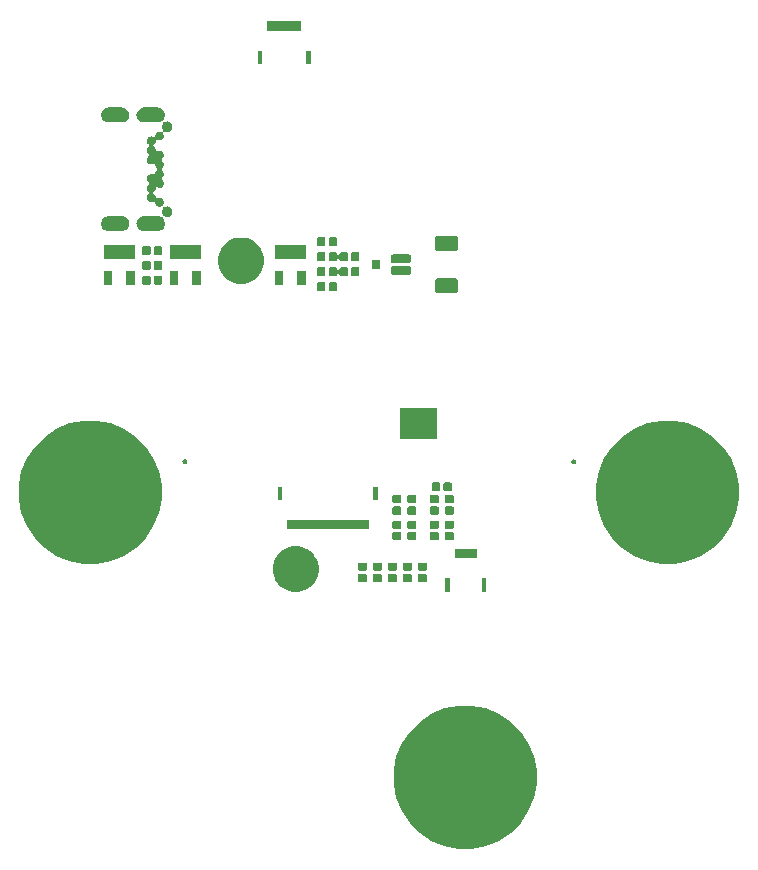
<source format=gbs>
G04 #@! TF.GenerationSoftware,KiCad,Pcbnew,(5.1.4-0-10_14)*
G04 #@! TF.CreationDate,2020-04-27T00:49:30-05:00*
G04 #@! TF.ProjectId,Lifedatalink_v1_revA,4c696665-6461-4746-916c-696e6b5f7631,rev?*
G04 #@! TF.SameCoordinates,Original*
G04 #@! TF.FileFunction,Soldermask,Bot*
G04 #@! TF.FilePolarity,Negative*
%FSLAX46Y46*%
G04 Gerber Fmt 4.6, Leading zero omitted, Abs format (unit mm)*
G04 Created by KiCad (PCBNEW (5.1.4-0-10_14)) date 2020-04-27 00:49:30*
%MOMM*%
%LPD*%
G04 APERTURE LIST*
%ADD10C,0.010000*%
%ADD11C,0.100000*%
G04 APERTURE END LIST*
D10*
G36*
X91998000Y-93857742D02*
G01*
X91998000Y-94208600D01*
X92248737Y-94208600D01*
X92248737Y-93857742D01*
X91998000Y-93857742D01*
G37*
X91998000Y-93857742D02*
X91998000Y-94208600D01*
X92248737Y-94208600D01*
X92248737Y-93857742D01*
X91998000Y-93857742D01*
G36*
X91648000Y-93857548D02*
G01*
X91648000Y-94208600D01*
X91897851Y-94208600D01*
X91897851Y-93857548D01*
X91648000Y-93857548D01*
G37*
X91648000Y-93857548D02*
X91648000Y-94208600D01*
X91897851Y-94208600D01*
X91897851Y-93857548D01*
X91648000Y-93857548D01*
G36*
X91648000Y-94308964D02*
G01*
X91648000Y-94558600D01*
X92249096Y-94558600D01*
X92249096Y-94308964D01*
X91648000Y-94308964D01*
G37*
X91648000Y-94308964D02*
X91648000Y-94558600D01*
X92249096Y-94558600D01*
X92249096Y-94308964D01*
X91648000Y-94308964D01*
D11*
G36*
X101333010Y-131849536D02*
G01*
X102434222Y-132305673D01*
X103425287Y-132967881D01*
X104268119Y-133810713D01*
X104930327Y-134801778D01*
X105386464Y-135902990D01*
X105619000Y-137072027D01*
X105619000Y-138263973D01*
X105386464Y-139433010D01*
X104930327Y-140534222D01*
X104268119Y-141525287D01*
X103425287Y-142368119D01*
X102434222Y-143030327D01*
X101333010Y-143486464D01*
X100163973Y-143719000D01*
X98972027Y-143719000D01*
X97802990Y-143486464D01*
X96701778Y-143030327D01*
X95710713Y-142368119D01*
X94867881Y-141525287D01*
X94205673Y-140534222D01*
X93749536Y-139433010D01*
X93517000Y-138263973D01*
X93517000Y-137072027D01*
X93749536Y-135902990D01*
X94205673Y-134801778D01*
X94867881Y-133810713D01*
X95710713Y-132967881D01*
X96701778Y-132305673D01*
X97802990Y-131849536D01*
X98972027Y-131617000D01*
X100163973Y-131617000D01*
X101333010Y-131849536D01*
X101333010Y-131849536D01*
G37*
G36*
X85796245Y-118166915D02*
G01*
X85968146Y-118238119D01*
X86151305Y-118313986D01*
X86470850Y-118527499D01*
X86742601Y-118799250D01*
X86810138Y-118900327D01*
X86956115Y-119118797D01*
X87103185Y-119473855D01*
X87178160Y-119850782D01*
X87178160Y-120235098D01*
X87103185Y-120612025D01*
X87007785Y-120842340D01*
X86956114Y-120967085D01*
X86742601Y-121286630D01*
X86470850Y-121558381D01*
X86151305Y-121771894D01*
X86151304Y-121771895D01*
X86151303Y-121771895D01*
X85796245Y-121918965D01*
X85419318Y-121993940D01*
X85035002Y-121993940D01*
X84658075Y-121918965D01*
X84303017Y-121771895D01*
X84303016Y-121771895D01*
X84303015Y-121771894D01*
X83983470Y-121558381D01*
X83711719Y-121286630D01*
X83498206Y-120967085D01*
X83446535Y-120842340D01*
X83351135Y-120612025D01*
X83276160Y-120235098D01*
X83276160Y-119850782D01*
X83351135Y-119473855D01*
X83498205Y-119118797D01*
X83644182Y-118900327D01*
X83711719Y-118799250D01*
X83983470Y-118527499D01*
X84303015Y-118313986D01*
X84486174Y-118238119D01*
X84658075Y-118166915D01*
X85035002Y-118091940D01*
X85419318Y-118091940D01*
X85796245Y-118166915D01*
X85796245Y-118166915D01*
G37*
G36*
X101369960Y-121944340D02*
G01*
X100967960Y-121944340D01*
X100967960Y-120842340D01*
X101369960Y-120842340D01*
X101369960Y-121944340D01*
X101369960Y-121944340D01*
G37*
G36*
X98289960Y-121944340D02*
G01*
X97887960Y-121944340D01*
X97887960Y-120842340D01*
X98289960Y-120842340D01*
X98289960Y-121944340D01*
X98289960Y-121944340D01*
G37*
G36*
X91147898Y-120464056D02*
G01*
X91168517Y-120470311D01*
X91187513Y-120480464D01*
X91204168Y-120494132D01*
X91217836Y-120510787D01*
X91227989Y-120529783D01*
X91234244Y-120550402D01*
X91236960Y-120577980D01*
X91236960Y-121036700D01*
X91234244Y-121064278D01*
X91227989Y-121084897D01*
X91217836Y-121103893D01*
X91204168Y-121120548D01*
X91187513Y-121134216D01*
X91168517Y-121144369D01*
X91147898Y-121150624D01*
X91120320Y-121153340D01*
X90611600Y-121153340D01*
X90584022Y-121150624D01*
X90563403Y-121144369D01*
X90544407Y-121134216D01*
X90527752Y-121120548D01*
X90514084Y-121103893D01*
X90503931Y-121084897D01*
X90497676Y-121064278D01*
X90494960Y-121036700D01*
X90494960Y-120577980D01*
X90497676Y-120550402D01*
X90503931Y-120529783D01*
X90514084Y-120510787D01*
X90527752Y-120494132D01*
X90544407Y-120480464D01*
X90563403Y-120470311D01*
X90584022Y-120464056D01*
X90611600Y-120461340D01*
X91120320Y-120461340D01*
X91147898Y-120464056D01*
X91147898Y-120464056D01*
G37*
G36*
X96227898Y-120464056D02*
G01*
X96248517Y-120470311D01*
X96267513Y-120480464D01*
X96284168Y-120494132D01*
X96297836Y-120510787D01*
X96307989Y-120529783D01*
X96314244Y-120550402D01*
X96316960Y-120577980D01*
X96316960Y-121036700D01*
X96314244Y-121064278D01*
X96307989Y-121084897D01*
X96297836Y-121103893D01*
X96284168Y-121120548D01*
X96267513Y-121134216D01*
X96248517Y-121144369D01*
X96227898Y-121150624D01*
X96200320Y-121153340D01*
X95691600Y-121153340D01*
X95664022Y-121150624D01*
X95643403Y-121144369D01*
X95624407Y-121134216D01*
X95607752Y-121120548D01*
X95594084Y-121103893D01*
X95583931Y-121084897D01*
X95577676Y-121064278D01*
X95574960Y-121036700D01*
X95574960Y-120577980D01*
X95577676Y-120550402D01*
X95583931Y-120529783D01*
X95594084Y-120510787D01*
X95607752Y-120494132D01*
X95624407Y-120480464D01*
X95643403Y-120470311D01*
X95664022Y-120464056D01*
X95691600Y-120461340D01*
X96200320Y-120461340D01*
X96227898Y-120464056D01*
X96227898Y-120464056D01*
G37*
G36*
X92417898Y-120464056D02*
G01*
X92438517Y-120470311D01*
X92457513Y-120480464D01*
X92474168Y-120494132D01*
X92487836Y-120510787D01*
X92497989Y-120529783D01*
X92504244Y-120550402D01*
X92506960Y-120577980D01*
X92506960Y-121036700D01*
X92504244Y-121064278D01*
X92497989Y-121084897D01*
X92487836Y-121103893D01*
X92474168Y-121120548D01*
X92457513Y-121134216D01*
X92438517Y-121144369D01*
X92417898Y-121150624D01*
X92390320Y-121153340D01*
X91881600Y-121153340D01*
X91854022Y-121150624D01*
X91833403Y-121144369D01*
X91814407Y-121134216D01*
X91797752Y-121120548D01*
X91784084Y-121103893D01*
X91773931Y-121084897D01*
X91767676Y-121064278D01*
X91764960Y-121036700D01*
X91764960Y-120577980D01*
X91767676Y-120550402D01*
X91773931Y-120529783D01*
X91784084Y-120510787D01*
X91797752Y-120494132D01*
X91814407Y-120480464D01*
X91833403Y-120470311D01*
X91854022Y-120464056D01*
X91881600Y-120461340D01*
X92390320Y-120461340D01*
X92417898Y-120464056D01*
X92417898Y-120464056D01*
G37*
G36*
X93687898Y-120464056D02*
G01*
X93708517Y-120470311D01*
X93727513Y-120480464D01*
X93744168Y-120494132D01*
X93757836Y-120510787D01*
X93767989Y-120529783D01*
X93774244Y-120550402D01*
X93776960Y-120577980D01*
X93776960Y-121036700D01*
X93774244Y-121064278D01*
X93767989Y-121084897D01*
X93757836Y-121103893D01*
X93744168Y-121120548D01*
X93727513Y-121134216D01*
X93708517Y-121144369D01*
X93687898Y-121150624D01*
X93660320Y-121153340D01*
X93151600Y-121153340D01*
X93124022Y-121150624D01*
X93103403Y-121144369D01*
X93084407Y-121134216D01*
X93067752Y-121120548D01*
X93054084Y-121103893D01*
X93043931Y-121084897D01*
X93037676Y-121064278D01*
X93034960Y-121036700D01*
X93034960Y-120577980D01*
X93037676Y-120550402D01*
X93043931Y-120529783D01*
X93054084Y-120510787D01*
X93067752Y-120494132D01*
X93084407Y-120480464D01*
X93103403Y-120470311D01*
X93124022Y-120464056D01*
X93151600Y-120461340D01*
X93660320Y-120461340D01*
X93687898Y-120464056D01*
X93687898Y-120464056D01*
G37*
G36*
X94957898Y-120464056D02*
G01*
X94978517Y-120470311D01*
X94997513Y-120480464D01*
X95014168Y-120494132D01*
X95027836Y-120510787D01*
X95037989Y-120529783D01*
X95044244Y-120550402D01*
X95046960Y-120577980D01*
X95046960Y-121036700D01*
X95044244Y-121064278D01*
X95037989Y-121084897D01*
X95027836Y-121103893D01*
X95014168Y-121120548D01*
X94997513Y-121134216D01*
X94978517Y-121144369D01*
X94957898Y-121150624D01*
X94930320Y-121153340D01*
X94421600Y-121153340D01*
X94394022Y-121150624D01*
X94373403Y-121144369D01*
X94354407Y-121134216D01*
X94337752Y-121120548D01*
X94324084Y-121103893D01*
X94313931Y-121084897D01*
X94307676Y-121064278D01*
X94304960Y-121036700D01*
X94304960Y-120577980D01*
X94307676Y-120550402D01*
X94313931Y-120529783D01*
X94324084Y-120510787D01*
X94337752Y-120494132D01*
X94354407Y-120480464D01*
X94373403Y-120470311D01*
X94394022Y-120464056D01*
X94421600Y-120461340D01*
X94930320Y-120461340D01*
X94957898Y-120464056D01*
X94957898Y-120464056D01*
G37*
G36*
X92417898Y-119494056D02*
G01*
X92438517Y-119500311D01*
X92457513Y-119510464D01*
X92474168Y-119524132D01*
X92487836Y-119540787D01*
X92497989Y-119559783D01*
X92504244Y-119580402D01*
X92506960Y-119607980D01*
X92506960Y-120066700D01*
X92504244Y-120094278D01*
X92497989Y-120114897D01*
X92487836Y-120133893D01*
X92474168Y-120150548D01*
X92457513Y-120164216D01*
X92438517Y-120174369D01*
X92417898Y-120180624D01*
X92390320Y-120183340D01*
X91881600Y-120183340D01*
X91854022Y-120180624D01*
X91833403Y-120174369D01*
X91814407Y-120164216D01*
X91797752Y-120150548D01*
X91784084Y-120133893D01*
X91773931Y-120114897D01*
X91767676Y-120094278D01*
X91764960Y-120066700D01*
X91764960Y-119607980D01*
X91767676Y-119580402D01*
X91773931Y-119559783D01*
X91784084Y-119540787D01*
X91797752Y-119524132D01*
X91814407Y-119510464D01*
X91833403Y-119500311D01*
X91854022Y-119494056D01*
X91881600Y-119491340D01*
X92390320Y-119491340D01*
X92417898Y-119494056D01*
X92417898Y-119494056D01*
G37*
G36*
X96227898Y-119494056D02*
G01*
X96248517Y-119500311D01*
X96267513Y-119510464D01*
X96284168Y-119524132D01*
X96297836Y-119540787D01*
X96307989Y-119559783D01*
X96314244Y-119580402D01*
X96316960Y-119607980D01*
X96316960Y-120066700D01*
X96314244Y-120094278D01*
X96307989Y-120114897D01*
X96297836Y-120133893D01*
X96284168Y-120150548D01*
X96267513Y-120164216D01*
X96248517Y-120174369D01*
X96227898Y-120180624D01*
X96200320Y-120183340D01*
X95691600Y-120183340D01*
X95664022Y-120180624D01*
X95643403Y-120174369D01*
X95624407Y-120164216D01*
X95607752Y-120150548D01*
X95594084Y-120133893D01*
X95583931Y-120114897D01*
X95577676Y-120094278D01*
X95574960Y-120066700D01*
X95574960Y-119607980D01*
X95577676Y-119580402D01*
X95583931Y-119559783D01*
X95594084Y-119540787D01*
X95607752Y-119524132D01*
X95624407Y-119510464D01*
X95643403Y-119500311D01*
X95664022Y-119494056D01*
X95691600Y-119491340D01*
X96200320Y-119491340D01*
X96227898Y-119494056D01*
X96227898Y-119494056D01*
G37*
G36*
X94957898Y-119494056D02*
G01*
X94978517Y-119500311D01*
X94997513Y-119510464D01*
X95014168Y-119524132D01*
X95027836Y-119540787D01*
X95037989Y-119559783D01*
X95044244Y-119580402D01*
X95046960Y-119607980D01*
X95046960Y-120066700D01*
X95044244Y-120094278D01*
X95037989Y-120114897D01*
X95027836Y-120133893D01*
X95014168Y-120150548D01*
X94997513Y-120164216D01*
X94978517Y-120174369D01*
X94957898Y-120180624D01*
X94930320Y-120183340D01*
X94421600Y-120183340D01*
X94394022Y-120180624D01*
X94373403Y-120174369D01*
X94354407Y-120164216D01*
X94337752Y-120150548D01*
X94324084Y-120133893D01*
X94313931Y-120114897D01*
X94307676Y-120094278D01*
X94304960Y-120066700D01*
X94304960Y-119607980D01*
X94307676Y-119580402D01*
X94313931Y-119559783D01*
X94324084Y-119540787D01*
X94337752Y-119524132D01*
X94354407Y-119510464D01*
X94373403Y-119500311D01*
X94394022Y-119494056D01*
X94421600Y-119491340D01*
X94930320Y-119491340D01*
X94957898Y-119494056D01*
X94957898Y-119494056D01*
G37*
G36*
X91147898Y-119494056D02*
G01*
X91168517Y-119500311D01*
X91187513Y-119510464D01*
X91204168Y-119524132D01*
X91217836Y-119540787D01*
X91227989Y-119559783D01*
X91234244Y-119580402D01*
X91236960Y-119607980D01*
X91236960Y-120066700D01*
X91234244Y-120094278D01*
X91227989Y-120114897D01*
X91217836Y-120133893D01*
X91204168Y-120150548D01*
X91187513Y-120164216D01*
X91168517Y-120174369D01*
X91147898Y-120180624D01*
X91120320Y-120183340D01*
X90611600Y-120183340D01*
X90584022Y-120180624D01*
X90563403Y-120174369D01*
X90544407Y-120164216D01*
X90527752Y-120150548D01*
X90514084Y-120133893D01*
X90503931Y-120114897D01*
X90497676Y-120094278D01*
X90494960Y-120066700D01*
X90494960Y-119607980D01*
X90497676Y-119580402D01*
X90503931Y-119559783D01*
X90514084Y-119540787D01*
X90527752Y-119524132D01*
X90544407Y-119510464D01*
X90563403Y-119500311D01*
X90584022Y-119494056D01*
X90611600Y-119491340D01*
X91120320Y-119491340D01*
X91147898Y-119494056D01*
X91147898Y-119494056D01*
G37*
G36*
X93687898Y-119494056D02*
G01*
X93708517Y-119500311D01*
X93727513Y-119510464D01*
X93744168Y-119524132D01*
X93757836Y-119540787D01*
X93767989Y-119559783D01*
X93774244Y-119580402D01*
X93776960Y-119607980D01*
X93776960Y-120066700D01*
X93774244Y-120094278D01*
X93767989Y-120114897D01*
X93757836Y-120133893D01*
X93744168Y-120150548D01*
X93727513Y-120164216D01*
X93708517Y-120174369D01*
X93687898Y-120180624D01*
X93660320Y-120183340D01*
X93151600Y-120183340D01*
X93124022Y-120180624D01*
X93103403Y-120174369D01*
X93084407Y-120164216D01*
X93067752Y-120150548D01*
X93054084Y-120133893D01*
X93043931Y-120114897D01*
X93037676Y-120094278D01*
X93034960Y-120066700D01*
X93034960Y-119607980D01*
X93037676Y-119580402D01*
X93043931Y-119559783D01*
X93054084Y-119540787D01*
X93067752Y-119524132D01*
X93084407Y-119510464D01*
X93103403Y-119500311D01*
X93124022Y-119494056D01*
X93151600Y-119491340D01*
X93660320Y-119491340D01*
X93687898Y-119494056D01*
X93687898Y-119494056D01*
G37*
G36*
X69583010Y-107719536D02*
G01*
X70684222Y-108175673D01*
X71675287Y-108837881D01*
X72518119Y-109680713D01*
X73180327Y-110671778D01*
X73636464Y-111772990D01*
X73869000Y-112942027D01*
X73869000Y-114133973D01*
X73636464Y-115303010D01*
X73180327Y-116404222D01*
X72518119Y-117395287D01*
X71675287Y-118238119D01*
X70684222Y-118900327D01*
X69583010Y-119356464D01*
X68413973Y-119589000D01*
X67222027Y-119589000D01*
X66052990Y-119356464D01*
X64951778Y-118900327D01*
X63960713Y-118238119D01*
X63117881Y-117395287D01*
X62455673Y-116404222D01*
X61999536Y-115303010D01*
X61767000Y-114133973D01*
X61767000Y-112942027D01*
X61999536Y-111772990D01*
X62455673Y-110671778D01*
X63117881Y-109680713D01*
X63960713Y-108837881D01*
X64951778Y-108175673D01*
X66052990Y-107719536D01*
X67222027Y-107487000D01*
X68413973Y-107487000D01*
X69583010Y-107719536D01*
X69583010Y-107719536D01*
G37*
G36*
X118478010Y-107719536D02*
G01*
X119579222Y-108175673D01*
X120570287Y-108837881D01*
X121413119Y-109680713D01*
X122075327Y-110671778D01*
X122531464Y-111772990D01*
X122764000Y-112942027D01*
X122764000Y-114133973D01*
X122531464Y-115303010D01*
X122075327Y-116404222D01*
X121413119Y-117395287D01*
X120570287Y-118238119D01*
X119579222Y-118900327D01*
X118478010Y-119356464D01*
X117308973Y-119589000D01*
X116117027Y-119589000D01*
X114947990Y-119356464D01*
X113846778Y-118900327D01*
X112855713Y-118238119D01*
X112012881Y-117395287D01*
X111350673Y-116404222D01*
X110894536Y-115303010D01*
X110662000Y-114133973D01*
X110662000Y-112942027D01*
X110894536Y-111772990D01*
X111350673Y-110671778D01*
X112012881Y-109680713D01*
X112855713Y-108837881D01*
X113846778Y-108175673D01*
X114947990Y-107719536D01*
X116117027Y-107487000D01*
X117308973Y-107487000D01*
X118478010Y-107719536D01*
X118478010Y-107719536D01*
G37*
G36*
X100579960Y-119144340D02*
G01*
X98677960Y-119144340D01*
X98677960Y-118342340D01*
X100579960Y-118342340D01*
X100579960Y-119144340D01*
X100579960Y-119144340D01*
G37*
G36*
X97247200Y-116910596D02*
G01*
X97267819Y-116916851D01*
X97286815Y-116927004D01*
X97303470Y-116940672D01*
X97317138Y-116957327D01*
X97327291Y-116976323D01*
X97333546Y-116996942D01*
X97336262Y-117024520D01*
X97336262Y-117483240D01*
X97333546Y-117510818D01*
X97327291Y-117531437D01*
X97317138Y-117550433D01*
X97303470Y-117567088D01*
X97286815Y-117580756D01*
X97267819Y-117590909D01*
X97247200Y-117597164D01*
X97219622Y-117599880D01*
X96710902Y-117599880D01*
X96683324Y-117597164D01*
X96662705Y-117590909D01*
X96643709Y-117580756D01*
X96627054Y-117567088D01*
X96613386Y-117550433D01*
X96603233Y-117531437D01*
X96596978Y-117510818D01*
X96594262Y-117483240D01*
X96594262Y-117024520D01*
X96596978Y-116996942D01*
X96603233Y-116976323D01*
X96613386Y-116957327D01*
X96627054Y-116940672D01*
X96643709Y-116927004D01*
X96662705Y-116916851D01*
X96683324Y-116910596D01*
X96710902Y-116907880D01*
X97219622Y-116907880D01*
X97247200Y-116910596D01*
X97247200Y-116910596D01*
G37*
G36*
X98507802Y-116910596D02*
G01*
X98528421Y-116916851D01*
X98547417Y-116927004D01*
X98564072Y-116940672D01*
X98577740Y-116957327D01*
X98587893Y-116976323D01*
X98594148Y-116996942D01*
X98596864Y-117024520D01*
X98596864Y-117483240D01*
X98594148Y-117510818D01*
X98587893Y-117531437D01*
X98577740Y-117550433D01*
X98564072Y-117567088D01*
X98547417Y-117580756D01*
X98528421Y-117590909D01*
X98507802Y-117597164D01*
X98480224Y-117599880D01*
X97971504Y-117599880D01*
X97943926Y-117597164D01*
X97923307Y-117590909D01*
X97904311Y-117580756D01*
X97887656Y-117567088D01*
X97873988Y-117550433D01*
X97863835Y-117531437D01*
X97857580Y-117510818D01*
X97854864Y-117483240D01*
X97854864Y-117024520D01*
X97857580Y-116996942D01*
X97863835Y-116976323D01*
X97873988Y-116957327D01*
X97887656Y-116940672D01*
X97904311Y-116927004D01*
X97923307Y-116916851D01*
X97943926Y-116910596D01*
X97971504Y-116907880D01*
X98480224Y-116907880D01*
X98507802Y-116910596D01*
X98507802Y-116910596D01*
G37*
G36*
X94068898Y-116908056D02*
G01*
X94089517Y-116914311D01*
X94108513Y-116924464D01*
X94125168Y-116938132D01*
X94138836Y-116954787D01*
X94148989Y-116973783D01*
X94155244Y-116994402D01*
X94157960Y-117021980D01*
X94157960Y-117480700D01*
X94155244Y-117508278D01*
X94148989Y-117528897D01*
X94138836Y-117547893D01*
X94125168Y-117564548D01*
X94108513Y-117578216D01*
X94089517Y-117588369D01*
X94068898Y-117594624D01*
X94041320Y-117597340D01*
X93532600Y-117597340D01*
X93505022Y-117594624D01*
X93484403Y-117588369D01*
X93465407Y-117578216D01*
X93448752Y-117564548D01*
X93435084Y-117547893D01*
X93424931Y-117528897D01*
X93418676Y-117508278D01*
X93415960Y-117480700D01*
X93415960Y-117021980D01*
X93418676Y-116994402D01*
X93424931Y-116973783D01*
X93435084Y-116954787D01*
X93448752Y-116938132D01*
X93465407Y-116924464D01*
X93484403Y-116914311D01*
X93505022Y-116908056D01*
X93532600Y-116905340D01*
X94041320Y-116905340D01*
X94068898Y-116908056D01*
X94068898Y-116908056D01*
G37*
G36*
X95338898Y-116908056D02*
G01*
X95359517Y-116914311D01*
X95378513Y-116924464D01*
X95395168Y-116938132D01*
X95408836Y-116954787D01*
X95418989Y-116973783D01*
X95425244Y-116994402D01*
X95427960Y-117021980D01*
X95427960Y-117480700D01*
X95425244Y-117508278D01*
X95418989Y-117528897D01*
X95408836Y-117547893D01*
X95395168Y-117564548D01*
X95378513Y-117578216D01*
X95359517Y-117588369D01*
X95338898Y-117594624D01*
X95311320Y-117597340D01*
X94802600Y-117597340D01*
X94775022Y-117594624D01*
X94754403Y-117588369D01*
X94735407Y-117578216D01*
X94718752Y-117564548D01*
X94705084Y-117547893D01*
X94694931Y-117528897D01*
X94688676Y-117508278D01*
X94685960Y-117480700D01*
X94685960Y-117021980D01*
X94688676Y-116994402D01*
X94694931Y-116973783D01*
X94705084Y-116954787D01*
X94718752Y-116938132D01*
X94735407Y-116924464D01*
X94754403Y-116914311D01*
X94775022Y-116908056D01*
X94802600Y-116905340D01*
X95311320Y-116905340D01*
X95338898Y-116908056D01*
X95338898Y-116908056D01*
G37*
G36*
X91395960Y-116659340D02*
G01*
X84493960Y-116659340D01*
X84493960Y-115857340D01*
X91395960Y-115857340D01*
X91395960Y-116659340D01*
X91395960Y-116659340D01*
G37*
G36*
X97247200Y-115940596D02*
G01*
X97267819Y-115946851D01*
X97286815Y-115957004D01*
X97303470Y-115970672D01*
X97317138Y-115987327D01*
X97327291Y-116006323D01*
X97333546Y-116026942D01*
X97336262Y-116054520D01*
X97336262Y-116513240D01*
X97333546Y-116540818D01*
X97327291Y-116561437D01*
X97317138Y-116580433D01*
X97303470Y-116597088D01*
X97286815Y-116610756D01*
X97267819Y-116620909D01*
X97247200Y-116627164D01*
X97219622Y-116629880D01*
X96710902Y-116629880D01*
X96683324Y-116627164D01*
X96662705Y-116620909D01*
X96643709Y-116610756D01*
X96627054Y-116597088D01*
X96613386Y-116580433D01*
X96603233Y-116561437D01*
X96596978Y-116540818D01*
X96594262Y-116513240D01*
X96594262Y-116054520D01*
X96596978Y-116026942D01*
X96603233Y-116006323D01*
X96613386Y-115987327D01*
X96627054Y-115970672D01*
X96643709Y-115957004D01*
X96662705Y-115946851D01*
X96683324Y-115940596D01*
X96710902Y-115937880D01*
X97219622Y-115937880D01*
X97247200Y-115940596D01*
X97247200Y-115940596D01*
G37*
G36*
X98507802Y-115940596D02*
G01*
X98528421Y-115946851D01*
X98547417Y-115957004D01*
X98564072Y-115970672D01*
X98577740Y-115987327D01*
X98587893Y-116006323D01*
X98594148Y-116026942D01*
X98596864Y-116054520D01*
X98596864Y-116513240D01*
X98594148Y-116540818D01*
X98587893Y-116561437D01*
X98577740Y-116580433D01*
X98564072Y-116597088D01*
X98547417Y-116610756D01*
X98528421Y-116620909D01*
X98507802Y-116627164D01*
X98480224Y-116629880D01*
X97971504Y-116629880D01*
X97943926Y-116627164D01*
X97923307Y-116620909D01*
X97904311Y-116610756D01*
X97887656Y-116597088D01*
X97873988Y-116580433D01*
X97863835Y-116561437D01*
X97857580Y-116540818D01*
X97854864Y-116513240D01*
X97854864Y-116054520D01*
X97857580Y-116026942D01*
X97863835Y-116006323D01*
X97873988Y-115987327D01*
X97887656Y-115970672D01*
X97904311Y-115957004D01*
X97923307Y-115946851D01*
X97943926Y-115940596D01*
X97971504Y-115937880D01*
X98480224Y-115937880D01*
X98507802Y-115940596D01*
X98507802Y-115940596D01*
G37*
G36*
X94068898Y-115938056D02*
G01*
X94089517Y-115944311D01*
X94108513Y-115954464D01*
X94125168Y-115968132D01*
X94138836Y-115984787D01*
X94148989Y-116003783D01*
X94155244Y-116024402D01*
X94157960Y-116051980D01*
X94157960Y-116510700D01*
X94155244Y-116538278D01*
X94148989Y-116558897D01*
X94138836Y-116577893D01*
X94125168Y-116594548D01*
X94108513Y-116608216D01*
X94089517Y-116618369D01*
X94068898Y-116624624D01*
X94041320Y-116627340D01*
X93532600Y-116627340D01*
X93505022Y-116624624D01*
X93484403Y-116618369D01*
X93465407Y-116608216D01*
X93448752Y-116594548D01*
X93435084Y-116577893D01*
X93424931Y-116558897D01*
X93418676Y-116538278D01*
X93415960Y-116510700D01*
X93415960Y-116051980D01*
X93418676Y-116024402D01*
X93424931Y-116003783D01*
X93435084Y-115984787D01*
X93448752Y-115968132D01*
X93465407Y-115954464D01*
X93484403Y-115944311D01*
X93505022Y-115938056D01*
X93532600Y-115935340D01*
X94041320Y-115935340D01*
X94068898Y-115938056D01*
X94068898Y-115938056D01*
G37*
G36*
X95338898Y-115938056D02*
G01*
X95359517Y-115944311D01*
X95378513Y-115954464D01*
X95395168Y-115968132D01*
X95408836Y-115984787D01*
X95418989Y-116003783D01*
X95425244Y-116024402D01*
X95427960Y-116051980D01*
X95427960Y-116510700D01*
X95425244Y-116538278D01*
X95418989Y-116558897D01*
X95408836Y-116577893D01*
X95395168Y-116594548D01*
X95378513Y-116608216D01*
X95359517Y-116618369D01*
X95338898Y-116624624D01*
X95311320Y-116627340D01*
X94802600Y-116627340D01*
X94775022Y-116624624D01*
X94754403Y-116618369D01*
X94735407Y-116608216D01*
X94718752Y-116594548D01*
X94705084Y-116577893D01*
X94694931Y-116558897D01*
X94688676Y-116538278D01*
X94685960Y-116510700D01*
X94685960Y-116051980D01*
X94688676Y-116024402D01*
X94694931Y-116003783D01*
X94705084Y-115984787D01*
X94718752Y-115968132D01*
X94735407Y-115954464D01*
X94754403Y-115944311D01*
X94775022Y-115938056D01*
X94802600Y-115935340D01*
X95311320Y-115935340D01*
X95338898Y-115938056D01*
X95338898Y-115938056D01*
G37*
G36*
X98513898Y-114749056D02*
G01*
X98534517Y-114755311D01*
X98553513Y-114765464D01*
X98570168Y-114779132D01*
X98583836Y-114795787D01*
X98593989Y-114814783D01*
X98600244Y-114835402D01*
X98602960Y-114862980D01*
X98602960Y-115321700D01*
X98600244Y-115349278D01*
X98593989Y-115369897D01*
X98583836Y-115388893D01*
X98570168Y-115405548D01*
X98553513Y-115419216D01*
X98534517Y-115429369D01*
X98513898Y-115435624D01*
X98486320Y-115438340D01*
X97977600Y-115438340D01*
X97950022Y-115435624D01*
X97929403Y-115429369D01*
X97910407Y-115419216D01*
X97893752Y-115405548D01*
X97880084Y-115388893D01*
X97869931Y-115369897D01*
X97863676Y-115349278D01*
X97860960Y-115321700D01*
X97860960Y-114862980D01*
X97863676Y-114835402D01*
X97869931Y-114814783D01*
X97880084Y-114795787D01*
X97893752Y-114779132D01*
X97910407Y-114765464D01*
X97929403Y-114755311D01*
X97950022Y-114749056D01*
X97977600Y-114746340D01*
X98486320Y-114746340D01*
X98513898Y-114749056D01*
X98513898Y-114749056D01*
G37*
G36*
X97243898Y-114749056D02*
G01*
X97264517Y-114755311D01*
X97283513Y-114765464D01*
X97300168Y-114779132D01*
X97313836Y-114795787D01*
X97323989Y-114814783D01*
X97330244Y-114835402D01*
X97332960Y-114862980D01*
X97332960Y-115321700D01*
X97330244Y-115349278D01*
X97323989Y-115369897D01*
X97313836Y-115388893D01*
X97300168Y-115405548D01*
X97283513Y-115419216D01*
X97264517Y-115429369D01*
X97243898Y-115435624D01*
X97216320Y-115438340D01*
X96707600Y-115438340D01*
X96680022Y-115435624D01*
X96659403Y-115429369D01*
X96640407Y-115419216D01*
X96623752Y-115405548D01*
X96610084Y-115388893D01*
X96599931Y-115369897D01*
X96593676Y-115349278D01*
X96590960Y-115321700D01*
X96590960Y-114862980D01*
X96593676Y-114835402D01*
X96599931Y-114814783D01*
X96610084Y-114795787D01*
X96623752Y-114779132D01*
X96640407Y-114765464D01*
X96659403Y-114755311D01*
X96680022Y-114749056D01*
X96707600Y-114746340D01*
X97216320Y-114746340D01*
X97243898Y-114749056D01*
X97243898Y-114749056D01*
G37*
G36*
X95338898Y-114749056D02*
G01*
X95359517Y-114755311D01*
X95378513Y-114765464D01*
X95395168Y-114779132D01*
X95408836Y-114795787D01*
X95418989Y-114814783D01*
X95425244Y-114835402D01*
X95427960Y-114862980D01*
X95427960Y-115321700D01*
X95425244Y-115349278D01*
X95418989Y-115369897D01*
X95408836Y-115388893D01*
X95395168Y-115405548D01*
X95378513Y-115419216D01*
X95359517Y-115429369D01*
X95338898Y-115435624D01*
X95311320Y-115438340D01*
X94802600Y-115438340D01*
X94775022Y-115435624D01*
X94754403Y-115429369D01*
X94735407Y-115419216D01*
X94718752Y-115405548D01*
X94705084Y-115388893D01*
X94694931Y-115369897D01*
X94688676Y-115349278D01*
X94685960Y-115321700D01*
X94685960Y-114862980D01*
X94688676Y-114835402D01*
X94694931Y-114814783D01*
X94705084Y-114795787D01*
X94718752Y-114779132D01*
X94735407Y-114765464D01*
X94754403Y-114755311D01*
X94775022Y-114749056D01*
X94802600Y-114746340D01*
X95311320Y-114746340D01*
X95338898Y-114749056D01*
X95338898Y-114749056D01*
G37*
G36*
X94068898Y-114749056D02*
G01*
X94089517Y-114755311D01*
X94108513Y-114765464D01*
X94125168Y-114779132D01*
X94138836Y-114795787D01*
X94148989Y-114814783D01*
X94155244Y-114835402D01*
X94157960Y-114862980D01*
X94157960Y-115321700D01*
X94155244Y-115349278D01*
X94148989Y-115369897D01*
X94138836Y-115388893D01*
X94125168Y-115405548D01*
X94108513Y-115419216D01*
X94089517Y-115429369D01*
X94068898Y-115435624D01*
X94041320Y-115438340D01*
X93532600Y-115438340D01*
X93505022Y-115435624D01*
X93484403Y-115429369D01*
X93465407Y-115419216D01*
X93448752Y-115405548D01*
X93435084Y-115388893D01*
X93424931Y-115369897D01*
X93418676Y-115349278D01*
X93415960Y-115321700D01*
X93415960Y-114862980D01*
X93418676Y-114835402D01*
X93424931Y-114814783D01*
X93435084Y-114795787D01*
X93448752Y-114779132D01*
X93465407Y-114765464D01*
X93484403Y-114755311D01*
X93505022Y-114749056D01*
X93532600Y-114746340D01*
X94041320Y-114746340D01*
X94068898Y-114749056D01*
X94068898Y-114749056D01*
G37*
G36*
X94068898Y-113779056D02*
G01*
X94089517Y-113785311D01*
X94108513Y-113795464D01*
X94125168Y-113809132D01*
X94138836Y-113825787D01*
X94148989Y-113844783D01*
X94155244Y-113865402D01*
X94157960Y-113892980D01*
X94157960Y-114351700D01*
X94155244Y-114379278D01*
X94148989Y-114399897D01*
X94138836Y-114418893D01*
X94125168Y-114435548D01*
X94108513Y-114449216D01*
X94089517Y-114459369D01*
X94068898Y-114465624D01*
X94041320Y-114468340D01*
X93532600Y-114468340D01*
X93505022Y-114465624D01*
X93484403Y-114459369D01*
X93465407Y-114449216D01*
X93448752Y-114435548D01*
X93435084Y-114418893D01*
X93424931Y-114399897D01*
X93418676Y-114379278D01*
X93415960Y-114351700D01*
X93415960Y-113892980D01*
X93418676Y-113865402D01*
X93424931Y-113844783D01*
X93435084Y-113825787D01*
X93448752Y-113809132D01*
X93465407Y-113795464D01*
X93484403Y-113785311D01*
X93505022Y-113779056D01*
X93532600Y-113776340D01*
X94041320Y-113776340D01*
X94068898Y-113779056D01*
X94068898Y-113779056D01*
G37*
G36*
X95338898Y-113779056D02*
G01*
X95359517Y-113785311D01*
X95378513Y-113795464D01*
X95395168Y-113809132D01*
X95408836Y-113825787D01*
X95418989Y-113844783D01*
X95425244Y-113865402D01*
X95427960Y-113892980D01*
X95427960Y-114351700D01*
X95425244Y-114379278D01*
X95418989Y-114399897D01*
X95408836Y-114418893D01*
X95395168Y-114435548D01*
X95378513Y-114449216D01*
X95359517Y-114459369D01*
X95338898Y-114465624D01*
X95311320Y-114468340D01*
X94802600Y-114468340D01*
X94775022Y-114465624D01*
X94754403Y-114459369D01*
X94735407Y-114449216D01*
X94718752Y-114435548D01*
X94705084Y-114418893D01*
X94694931Y-114399897D01*
X94688676Y-114379278D01*
X94685960Y-114351700D01*
X94685960Y-113892980D01*
X94688676Y-113865402D01*
X94694931Y-113844783D01*
X94705084Y-113825787D01*
X94718752Y-113809132D01*
X94735407Y-113795464D01*
X94754403Y-113785311D01*
X94775022Y-113779056D01*
X94802600Y-113776340D01*
X95311320Y-113776340D01*
X95338898Y-113779056D01*
X95338898Y-113779056D01*
G37*
G36*
X97243898Y-113779056D02*
G01*
X97264517Y-113785311D01*
X97283513Y-113795464D01*
X97300168Y-113809132D01*
X97313836Y-113825787D01*
X97323989Y-113844783D01*
X97330244Y-113865402D01*
X97332960Y-113892980D01*
X97332960Y-114351700D01*
X97330244Y-114379278D01*
X97323989Y-114399897D01*
X97313836Y-114418893D01*
X97300168Y-114435548D01*
X97283513Y-114449216D01*
X97264517Y-114459369D01*
X97243898Y-114465624D01*
X97216320Y-114468340D01*
X96707600Y-114468340D01*
X96680022Y-114465624D01*
X96659403Y-114459369D01*
X96640407Y-114449216D01*
X96623752Y-114435548D01*
X96610084Y-114418893D01*
X96599931Y-114399897D01*
X96593676Y-114379278D01*
X96590960Y-114351700D01*
X96590960Y-113892980D01*
X96593676Y-113865402D01*
X96599931Y-113844783D01*
X96610084Y-113825787D01*
X96623752Y-113809132D01*
X96640407Y-113795464D01*
X96659403Y-113785311D01*
X96680022Y-113779056D01*
X96707600Y-113776340D01*
X97216320Y-113776340D01*
X97243898Y-113779056D01*
X97243898Y-113779056D01*
G37*
G36*
X98513898Y-113779056D02*
G01*
X98534517Y-113785311D01*
X98553513Y-113795464D01*
X98570168Y-113809132D01*
X98583836Y-113825787D01*
X98593989Y-113844783D01*
X98600244Y-113865402D01*
X98602960Y-113892980D01*
X98602960Y-114351700D01*
X98600244Y-114379278D01*
X98593989Y-114399897D01*
X98583836Y-114418893D01*
X98570168Y-114435548D01*
X98553513Y-114449216D01*
X98534517Y-114459369D01*
X98513898Y-114465624D01*
X98486320Y-114468340D01*
X97977600Y-114468340D01*
X97950022Y-114465624D01*
X97929403Y-114459369D01*
X97910407Y-114449216D01*
X97893752Y-114435548D01*
X97880084Y-114418893D01*
X97869931Y-114399897D01*
X97863676Y-114379278D01*
X97860960Y-114351700D01*
X97860960Y-113892980D01*
X97863676Y-113865402D01*
X97869931Y-113844783D01*
X97880084Y-113825787D01*
X97893752Y-113809132D01*
X97910407Y-113795464D01*
X97929403Y-113785311D01*
X97950022Y-113779056D01*
X97977600Y-113776340D01*
X98486320Y-113776340D01*
X98513898Y-113779056D01*
X98513898Y-113779056D01*
G37*
G36*
X84105960Y-114159340D02*
G01*
X83703960Y-114159340D01*
X83703960Y-113057340D01*
X84105960Y-113057340D01*
X84105960Y-114159340D01*
X84105960Y-114159340D01*
G37*
G36*
X92185960Y-114159340D02*
G01*
X91783960Y-114159340D01*
X91783960Y-113057340D01*
X92185960Y-113057340D01*
X92185960Y-114159340D01*
X92185960Y-114159340D01*
G37*
G36*
X97368898Y-112715056D02*
G01*
X97389517Y-112721311D01*
X97408513Y-112731464D01*
X97425168Y-112745132D01*
X97438836Y-112761787D01*
X97448989Y-112780783D01*
X97455244Y-112801402D01*
X97457960Y-112828980D01*
X97457960Y-113337700D01*
X97455244Y-113365278D01*
X97448989Y-113385897D01*
X97438836Y-113404893D01*
X97425168Y-113421548D01*
X97408513Y-113435216D01*
X97389517Y-113445369D01*
X97368898Y-113451624D01*
X97341320Y-113454340D01*
X96882600Y-113454340D01*
X96855022Y-113451624D01*
X96834403Y-113445369D01*
X96815407Y-113435216D01*
X96798752Y-113421548D01*
X96785084Y-113404893D01*
X96774931Y-113385897D01*
X96768676Y-113365278D01*
X96765960Y-113337700D01*
X96765960Y-112828980D01*
X96768676Y-112801402D01*
X96774931Y-112780783D01*
X96785084Y-112761787D01*
X96798752Y-112745132D01*
X96815407Y-112731464D01*
X96834403Y-112721311D01*
X96855022Y-112715056D01*
X96882600Y-112712340D01*
X97341320Y-112712340D01*
X97368898Y-112715056D01*
X97368898Y-112715056D01*
G37*
G36*
X98338898Y-112715056D02*
G01*
X98359517Y-112721311D01*
X98378513Y-112731464D01*
X98395168Y-112745132D01*
X98408836Y-112761787D01*
X98418989Y-112780783D01*
X98425244Y-112801402D01*
X98427960Y-112828980D01*
X98427960Y-113337700D01*
X98425244Y-113365278D01*
X98418989Y-113385897D01*
X98408836Y-113404893D01*
X98395168Y-113421548D01*
X98378513Y-113435216D01*
X98359517Y-113445369D01*
X98338898Y-113451624D01*
X98311320Y-113454340D01*
X97852600Y-113454340D01*
X97825022Y-113451624D01*
X97804403Y-113445369D01*
X97785407Y-113435216D01*
X97768752Y-113421548D01*
X97755084Y-113404893D01*
X97744931Y-113385897D01*
X97738676Y-113365278D01*
X97735960Y-113337700D01*
X97735960Y-112828980D01*
X97738676Y-112801402D01*
X97744931Y-112780783D01*
X97755084Y-112761787D01*
X97768752Y-112745132D01*
X97785407Y-112731464D01*
X97804403Y-112721311D01*
X97825022Y-112715056D01*
X97852600Y-112712340D01*
X98311320Y-112712340D01*
X98338898Y-112715056D01*
X98338898Y-112715056D01*
G37*
G36*
X108814912Y-110764763D02*
G01*
X108853770Y-110780859D01*
X108888738Y-110804224D01*
X108918476Y-110833962D01*
X108941841Y-110868930D01*
X108957937Y-110907788D01*
X108966140Y-110949030D01*
X108966140Y-110991090D01*
X108957937Y-111032332D01*
X108941841Y-111071190D01*
X108918476Y-111106158D01*
X108888738Y-111135896D01*
X108853770Y-111159261D01*
X108814912Y-111175357D01*
X108773670Y-111183560D01*
X108731610Y-111183560D01*
X108690368Y-111175357D01*
X108651510Y-111159261D01*
X108616542Y-111135896D01*
X108586804Y-111106158D01*
X108563439Y-111071190D01*
X108547343Y-111032332D01*
X108539140Y-110991090D01*
X108539140Y-110949030D01*
X108547343Y-110907788D01*
X108563439Y-110868930D01*
X108586804Y-110833962D01*
X108616542Y-110804224D01*
X108651510Y-110780859D01*
X108690368Y-110764763D01*
X108731610Y-110756560D01*
X108773670Y-110756560D01*
X108814912Y-110764763D01*
X108814912Y-110764763D01*
G37*
G36*
X75909212Y-110749523D02*
G01*
X75948070Y-110765619D01*
X75983038Y-110788984D01*
X76012776Y-110818722D01*
X76036141Y-110853690D01*
X76052237Y-110892548D01*
X76060440Y-110933790D01*
X76060440Y-110975850D01*
X76052237Y-111017092D01*
X76036141Y-111055950D01*
X76012776Y-111090918D01*
X75983038Y-111120656D01*
X75948070Y-111144021D01*
X75909212Y-111160117D01*
X75867970Y-111168320D01*
X75825910Y-111168320D01*
X75784668Y-111160117D01*
X75745810Y-111144021D01*
X75710842Y-111120656D01*
X75681104Y-111090918D01*
X75657739Y-111055950D01*
X75641643Y-111017092D01*
X75633440Y-110975850D01*
X75633440Y-110933790D01*
X75641643Y-110892548D01*
X75657739Y-110853690D01*
X75681104Y-110818722D01*
X75710842Y-110788984D01*
X75745810Y-110765619D01*
X75784668Y-110749523D01*
X75825910Y-110741320D01*
X75867970Y-110741320D01*
X75909212Y-110749523D01*
X75909212Y-110749523D01*
G37*
G36*
X97182000Y-108997000D02*
G01*
X94080000Y-108997000D01*
X94080000Y-106395000D01*
X97182000Y-106395000D01*
X97182000Y-108997000D01*
X97182000Y-108997000D01*
G37*
G36*
X98794602Y-95413664D02*
G01*
X98831697Y-95424917D01*
X98865875Y-95443185D01*
X98895841Y-95467779D01*
X98920435Y-95497745D01*
X98938703Y-95531923D01*
X98949956Y-95569018D01*
X98954360Y-95613734D01*
X98954360Y-96506786D01*
X98949956Y-96551502D01*
X98938703Y-96588597D01*
X98920435Y-96622775D01*
X98895841Y-96652741D01*
X98865875Y-96677335D01*
X98831697Y-96695603D01*
X98794602Y-96706856D01*
X98749886Y-96711260D01*
X97256834Y-96711260D01*
X97212118Y-96706856D01*
X97175023Y-96695603D01*
X97140845Y-96677335D01*
X97110879Y-96652741D01*
X97086285Y-96622775D01*
X97068017Y-96588597D01*
X97056764Y-96551502D01*
X97052360Y-96506786D01*
X97052360Y-95613734D01*
X97056764Y-95569018D01*
X97068017Y-95531923D01*
X97086285Y-95497745D01*
X97110879Y-95467779D01*
X97140845Y-95443185D01*
X97175023Y-95424917D01*
X97212118Y-95413664D01*
X97256834Y-95409260D01*
X98749886Y-95409260D01*
X98794602Y-95413664D01*
X98794602Y-95413664D01*
G37*
G36*
X88625938Y-95770716D02*
G01*
X88646557Y-95776971D01*
X88665553Y-95787124D01*
X88682208Y-95800792D01*
X88695876Y-95817447D01*
X88706029Y-95836443D01*
X88712284Y-95857062D01*
X88715000Y-95884640D01*
X88715000Y-96393360D01*
X88712284Y-96420938D01*
X88706029Y-96441557D01*
X88695876Y-96460553D01*
X88682208Y-96477208D01*
X88665553Y-96490876D01*
X88646557Y-96501029D01*
X88625938Y-96507284D01*
X88598360Y-96510000D01*
X88139640Y-96510000D01*
X88112062Y-96507284D01*
X88091443Y-96501029D01*
X88072447Y-96490876D01*
X88055792Y-96477208D01*
X88042124Y-96460553D01*
X88031971Y-96441557D01*
X88025716Y-96420938D01*
X88023000Y-96393360D01*
X88023000Y-95884640D01*
X88025716Y-95857062D01*
X88031971Y-95836443D01*
X88042124Y-95817447D01*
X88055792Y-95800792D01*
X88072447Y-95787124D01*
X88091443Y-95776971D01*
X88112062Y-95770716D01*
X88139640Y-95768000D01*
X88598360Y-95768000D01*
X88625938Y-95770716D01*
X88625938Y-95770716D01*
G37*
G36*
X87655938Y-95770716D02*
G01*
X87676557Y-95776971D01*
X87695553Y-95787124D01*
X87712208Y-95800792D01*
X87725876Y-95817447D01*
X87736029Y-95836443D01*
X87742284Y-95857062D01*
X87745000Y-95884640D01*
X87745000Y-96393360D01*
X87742284Y-96420938D01*
X87736029Y-96441557D01*
X87725876Y-96460553D01*
X87712208Y-96477208D01*
X87695553Y-96490876D01*
X87676557Y-96501029D01*
X87655938Y-96507284D01*
X87628360Y-96510000D01*
X87169640Y-96510000D01*
X87142062Y-96507284D01*
X87121443Y-96501029D01*
X87102447Y-96490876D01*
X87085792Y-96477208D01*
X87072124Y-96460553D01*
X87061971Y-96441557D01*
X87055716Y-96420938D01*
X87053000Y-96393360D01*
X87053000Y-95884640D01*
X87055716Y-95857062D01*
X87061971Y-95836443D01*
X87072124Y-95817447D01*
X87085792Y-95800792D01*
X87102447Y-95787124D01*
X87121443Y-95776971D01*
X87142062Y-95770716D01*
X87169640Y-95768000D01*
X87628360Y-95768000D01*
X87655938Y-95770716D01*
X87655938Y-95770716D01*
G37*
G36*
X77195800Y-95991200D02*
G01*
X76443800Y-95991200D01*
X76443800Y-94829200D01*
X77195800Y-94829200D01*
X77195800Y-95991200D01*
X77195800Y-95991200D01*
G37*
G36*
X71607800Y-95991200D02*
G01*
X70855800Y-95991200D01*
X70855800Y-94829200D01*
X71607800Y-94829200D01*
X71607800Y-95991200D01*
X71607800Y-95991200D01*
G37*
G36*
X69707800Y-95991200D02*
G01*
X68955800Y-95991200D01*
X68955800Y-94829200D01*
X69707800Y-94829200D01*
X69707800Y-95991200D01*
X69707800Y-95991200D01*
G37*
G36*
X75295800Y-95991200D02*
G01*
X74543800Y-95991200D01*
X74543800Y-94829200D01*
X75295800Y-94829200D01*
X75295800Y-95991200D01*
X75295800Y-95991200D01*
G37*
G36*
X84185800Y-95991200D02*
G01*
X83433800Y-95991200D01*
X83433800Y-94829200D01*
X84185800Y-94829200D01*
X84185800Y-95991200D01*
X84185800Y-95991200D01*
G37*
G36*
X86085800Y-95991200D02*
G01*
X85333800Y-95991200D01*
X85333800Y-94829200D01*
X86085800Y-94829200D01*
X86085800Y-95991200D01*
X86085800Y-95991200D01*
G37*
G36*
X72847738Y-95211916D02*
G01*
X72868357Y-95218171D01*
X72887353Y-95228324D01*
X72904008Y-95241992D01*
X72917676Y-95258647D01*
X72927829Y-95277643D01*
X72934084Y-95298262D01*
X72936800Y-95325840D01*
X72936800Y-95834560D01*
X72934084Y-95862138D01*
X72927829Y-95882757D01*
X72917676Y-95901753D01*
X72904008Y-95918408D01*
X72887353Y-95932076D01*
X72868357Y-95942229D01*
X72847738Y-95948484D01*
X72820160Y-95951200D01*
X72361440Y-95951200D01*
X72333862Y-95948484D01*
X72313243Y-95942229D01*
X72294247Y-95932076D01*
X72277592Y-95918408D01*
X72263924Y-95901753D01*
X72253771Y-95882757D01*
X72247516Y-95862138D01*
X72244800Y-95834560D01*
X72244800Y-95325840D01*
X72247516Y-95298262D01*
X72253771Y-95277643D01*
X72263924Y-95258647D01*
X72277592Y-95241992D01*
X72294247Y-95228324D01*
X72313243Y-95218171D01*
X72333862Y-95211916D01*
X72361440Y-95209200D01*
X72820160Y-95209200D01*
X72847738Y-95211916D01*
X72847738Y-95211916D01*
G37*
G36*
X73817738Y-95211916D02*
G01*
X73838357Y-95218171D01*
X73857353Y-95228324D01*
X73874008Y-95241992D01*
X73887676Y-95258647D01*
X73897829Y-95277643D01*
X73904084Y-95298262D01*
X73906800Y-95325840D01*
X73906800Y-95834560D01*
X73904084Y-95862138D01*
X73897829Y-95882757D01*
X73887676Y-95901753D01*
X73874008Y-95918408D01*
X73857353Y-95932076D01*
X73838357Y-95942229D01*
X73817738Y-95948484D01*
X73790160Y-95951200D01*
X73331440Y-95951200D01*
X73303862Y-95948484D01*
X73283243Y-95942229D01*
X73264247Y-95932076D01*
X73247592Y-95918408D01*
X73233924Y-95901753D01*
X73223771Y-95882757D01*
X73217516Y-95862138D01*
X73214800Y-95834560D01*
X73214800Y-95325840D01*
X73217516Y-95298262D01*
X73223771Y-95277643D01*
X73233924Y-95258647D01*
X73247592Y-95241992D01*
X73264247Y-95228324D01*
X73283243Y-95218171D01*
X73303862Y-95211916D01*
X73331440Y-95209200D01*
X73790160Y-95209200D01*
X73817738Y-95211916D01*
X73817738Y-95211916D01*
G37*
G36*
X81163285Y-92053175D02*
G01*
X81518343Y-92200245D01*
X81518345Y-92200246D01*
X81837890Y-92413759D01*
X82109641Y-92685510D01*
X82282233Y-92943813D01*
X82323155Y-93005057D01*
X82470225Y-93360115D01*
X82545200Y-93737042D01*
X82545200Y-94121358D01*
X82470225Y-94498285D01*
X82387761Y-94697370D01*
X82323154Y-94853345D01*
X82109641Y-95172890D01*
X81837890Y-95444641D01*
X81518345Y-95658154D01*
X81518344Y-95658155D01*
X81518343Y-95658155D01*
X81163285Y-95805225D01*
X80786358Y-95880200D01*
X80402042Y-95880200D01*
X80025115Y-95805225D01*
X79670057Y-95658155D01*
X79670056Y-95658155D01*
X79670055Y-95658154D01*
X79350510Y-95444641D01*
X79078759Y-95172890D01*
X78865246Y-94853345D01*
X78800639Y-94697370D01*
X78718175Y-94498285D01*
X78643200Y-94121358D01*
X78643200Y-93737042D01*
X78718175Y-93360115D01*
X78865245Y-93005057D01*
X78906167Y-92943813D01*
X79078759Y-92685510D01*
X79350510Y-92413759D01*
X79670055Y-92200246D01*
X79670057Y-92200245D01*
X80025115Y-92053175D01*
X80402042Y-91978200D01*
X80786358Y-91978200D01*
X81163285Y-92053175D01*
X81163285Y-92053175D01*
G37*
G36*
X88625938Y-94500716D02*
G01*
X88646557Y-94506971D01*
X88665553Y-94517124D01*
X88682208Y-94530792D01*
X88695876Y-94547447D01*
X88706029Y-94566443D01*
X88712820Y-94588828D01*
X88716883Y-94609258D01*
X88726261Y-94631897D01*
X88739875Y-94652272D01*
X88757202Y-94669599D01*
X88777576Y-94683212D01*
X88800215Y-94692590D01*
X88824248Y-94697370D01*
X88848752Y-94697370D01*
X88872785Y-94692590D01*
X88895424Y-94683212D01*
X88915799Y-94669598D01*
X88933126Y-94652271D01*
X88946739Y-94631897D01*
X88956117Y-94609258D01*
X88960180Y-94588828D01*
X88966971Y-94566443D01*
X88977124Y-94547447D01*
X88990792Y-94530792D01*
X89007447Y-94517124D01*
X89026443Y-94506971D01*
X89047062Y-94500716D01*
X89074640Y-94498000D01*
X89533360Y-94498000D01*
X89560938Y-94500716D01*
X89581557Y-94506971D01*
X89600553Y-94517124D01*
X89617208Y-94530792D01*
X89630876Y-94547447D01*
X89641029Y-94566443D01*
X89647284Y-94587062D01*
X89650000Y-94614640D01*
X89650000Y-95123360D01*
X89647284Y-95150938D01*
X89641029Y-95171557D01*
X89630876Y-95190553D01*
X89617208Y-95207208D01*
X89600553Y-95220876D01*
X89581557Y-95231029D01*
X89560938Y-95237284D01*
X89533360Y-95240000D01*
X89074640Y-95240000D01*
X89047062Y-95237284D01*
X89026443Y-95231029D01*
X89007447Y-95220876D01*
X88990792Y-95207208D01*
X88977124Y-95190553D01*
X88966971Y-95171557D01*
X88960180Y-95149172D01*
X88956117Y-95128742D01*
X88946739Y-95106103D01*
X88933125Y-95085728D01*
X88915798Y-95068401D01*
X88895424Y-95054788D01*
X88872785Y-95045410D01*
X88848752Y-95040630D01*
X88824248Y-95040630D01*
X88800215Y-95045410D01*
X88777576Y-95054788D01*
X88757201Y-95068402D01*
X88739874Y-95085729D01*
X88726261Y-95106103D01*
X88716883Y-95128742D01*
X88712820Y-95149172D01*
X88706029Y-95171557D01*
X88695876Y-95190553D01*
X88682208Y-95207208D01*
X88665553Y-95220876D01*
X88646557Y-95231029D01*
X88625938Y-95237284D01*
X88598360Y-95240000D01*
X88139640Y-95240000D01*
X88112062Y-95237284D01*
X88091443Y-95231029D01*
X88072447Y-95220876D01*
X88055792Y-95207208D01*
X88042124Y-95190553D01*
X88031971Y-95171557D01*
X88025716Y-95150938D01*
X88023000Y-95123360D01*
X88023000Y-94614640D01*
X88025716Y-94587062D01*
X88031971Y-94566443D01*
X88042124Y-94547447D01*
X88055792Y-94530792D01*
X88072447Y-94517124D01*
X88091443Y-94506971D01*
X88112062Y-94500716D01*
X88139640Y-94498000D01*
X88598360Y-94498000D01*
X88625938Y-94500716D01*
X88625938Y-94500716D01*
G37*
G36*
X90530938Y-94500716D02*
G01*
X90551557Y-94506971D01*
X90570553Y-94517124D01*
X90587208Y-94530792D01*
X90600876Y-94547447D01*
X90611029Y-94566443D01*
X90617284Y-94587062D01*
X90620000Y-94614640D01*
X90620000Y-95123360D01*
X90617284Y-95150938D01*
X90611029Y-95171557D01*
X90600876Y-95190553D01*
X90587208Y-95207208D01*
X90570553Y-95220876D01*
X90551557Y-95231029D01*
X90530938Y-95237284D01*
X90503360Y-95240000D01*
X90044640Y-95240000D01*
X90017062Y-95237284D01*
X89996443Y-95231029D01*
X89977447Y-95220876D01*
X89960792Y-95207208D01*
X89947124Y-95190553D01*
X89936971Y-95171557D01*
X89930716Y-95150938D01*
X89928000Y-95123360D01*
X89928000Y-94614640D01*
X89930716Y-94587062D01*
X89936971Y-94566443D01*
X89947124Y-94547447D01*
X89960792Y-94530792D01*
X89977447Y-94517124D01*
X89996443Y-94506971D01*
X90017062Y-94500716D01*
X90044640Y-94498000D01*
X90503360Y-94498000D01*
X90530938Y-94500716D01*
X90530938Y-94500716D01*
G37*
G36*
X87655938Y-94500716D02*
G01*
X87676557Y-94506971D01*
X87695553Y-94517124D01*
X87712208Y-94530792D01*
X87725876Y-94547447D01*
X87736029Y-94566443D01*
X87742284Y-94587062D01*
X87745000Y-94614640D01*
X87745000Y-95123360D01*
X87742284Y-95150938D01*
X87736029Y-95171557D01*
X87725876Y-95190553D01*
X87712208Y-95207208D01*
X87695553Y-95220876D01*
X87676557Y-95231029D01*
X87655938Y-95237284D01*
X87628360Y-95240000D01*
X87169640Y-95240000D01*
X87142062Y-95237284D01*
X87121443Y-95231029D01*
X87102447Y-95220876D01*
X87085792Y-95207208D01*
X87072124Y-95190553D01*
X87061971Y-95171557D01*
X87055716Y-95150938D01*
X87053000Y-95123360D01*
X87053000Y-94614640D01*
X87055716Y-94587062D01*
X87061971Y-94566443D01*
X87072124Y-94547447D01*
X87085792Y-94530792D01*
X87102447Y-94517124D01*
X87121443Y-94506971D01*
X87142062Y-94500716D01*
X87169640Y-94498000D01*
X87628360Y-94498000D01*
X87655938Y-94500716D01*
X87655938Y-94500716D01*
G37*
G36*
X94863288Y-94412024D02*
G01*
X94884369Y-94418420D01*
X94903805Y-94428808D01*
X94920836Y-94442784D01*
X94934812Y-94459815D01*
X94945200Y-94479251D01*
X94951596Y-94500332D01*
X94954360Y-94528400D01*
X94954360Y-94992120D01*
X94951596Y-95020188D01*
X94945200Y-95041269D01*
X94934812Y-95060705D01*
X94920836Y-95077736D01*
X94903805Y-95091712D01*
X94884369Y-95102100D01*
X94863288Y-95108496D01*
X94835220Y-95111260D01*
X93421500Y-95111260D01*
X93393432Y-95108496D01*
X93372351Y-95102100D01*
X93352915Y-95091712D01*
X93335884Y-95077736D01*
X93321908Y-95060705D01*
X93311520Y-95041269D01*
X93305124Y-95020188D01*
X93302360Y-94992120D01*
X93302360Y-94528400D01*
X93305124Y-94500332D01*
X93311520Y-94479251D01*
X93321908Y-94459815D01*
X93335884Y-94442784D01*
X93352915Y-94428808D01*
X93372351Y-94418420D01*
X93393432Y-94412024D01*
X93421500Y-94409260D01*
X94835220Y-94409260D01*
X94863288Y-94412024D01*
X94863288Y-94412024D01*
G37*
G36*
X73817738Y-93967316D02*
G01*
X73838357Y-93973571D01*
X73857353Y-93983724D01*
X73874008Y-93997392D01*
X73887676Y-94014047D01*
X73897829Y-94033043D01*
X73904084Y-94053662D01*
X73906800Y-94081240D01*
X73906800Y-94589960D01*
X73904084Y-94617538D01*
X73897829Y-94638157D01*
X73887676Y-94657153D01*
X73874008Y-94673808D01*
X73857353Y-94687476D01*
X73838357Y-94697629D01*
X73817738Y-94703884D01*
X73790160Y-94706600D01*
X73331440Y-94706600D01*
X73303862Y-94703884D01*
X73283243Y-94697629D01*
X73264247Y-94687476D01*
X73247592Y-94673808D01*
X73233924Y-94657153D01*
X73223771Y-94638157D01*
X73217516Y-94617538D01*
X73214800Y-94589960D01*
X73214800Y-94081240D01*
X73217516Y-94053662D01*
X73223771Y-94033043D01*
X73233924Y-94014047D01*
X73247592Y-93997392D01*
X73264247Y-93983724D01*
X73283243Y-93973571D01*
X73303862Y-93967316D01*
X73331440Y-93964600D01*
X73790160Y-93964600D01*
X73817738Y-93967316D01*
X73817738Y-93967316D01*
G37*
G36*
X72847738Y-93967316D02*
G01*
X72868357Y-93973571D01*
X72887353Y-93983724D01*
X72904008Y-93997392D01*
X72917676Y-94014047D01*
X72927829Y-94033043D01*
X72934084Y-94053662D01*
X72936800Y-94081240D01*
X72936800Y-94589960D01*
X72934084Y-94617538D01*
X72927829Y-94638157D01*
X72917676Y-94657153D01*
X72904008Y-94673808D01*
X72887353Y-94687476D01*
X72868357Y-94697629D01*
X72847738Y-94703884D01*
X72820160Y-94706600D01*
X72361440Y-94706600D01*
X72333862Y-94703884D01*
X72313243Y-94697629D01*
X72294247Y-94687476D01*
X72277592Y-94673808D01*
X72263924Y-94657153D01*
X72253771Y-94638157D01*
X72247516Y-94617538D01*
X72244800Y-94589960D01*
X72244800Y-94081240D01*
X72247516Y-94053662D01*
X72253771Y-94033043D01*
X72263924Y-94014047D01*
X72277592Y-93997392D01*
X72294247Y-93983724D01*
X72313243Y-93973571D01*
X72333862Y-93967316D01*
X72361440Y-93964600D01*
X72820160Y-93964600D01*
X72847738Y-93967316D01*
X72847738Y-93967316D01*
G37*
G36*
X94863288Y-93412024D02*
G01*
X94884369Y-93418420D01*
X94903805Y-93428808D01*
X94920836Y-93442784D01*
X94934812Y-93459815D01*
X94945200Y-93479251D01*
X94951596Y-93500332D01*
X94954360Y-93528400D01*
X94954360Y-93992120D01*
X94951596Y-94020188D01*
X94945200Y-94041269D01*
X94934812Y-94060705D01*
X94920836Y-94077736D01*
X94903805Y-94091712D01*
X94884369Y-94102100D01*
X94863288Y-94108496D01*
X94835220Y-94111260D01*
X93421500Y-94111260D01*
X93393432Y-94108496D01*
X93372351Y-94102100D01*
X93352915Y-94091712D01*
X93335884Y-94077736D01*
X93321908Y-94060705D01*
X93311520Y-94041269D01*
X93305124Y-94020188D01*
X93302360Y-93992120D01*
X93302360Y-93528400D01*
X93305124Y-93500332D01*
X93311520Y-93479251D01*
X93321908Y-93459815D01*
X93335884Y-93442784D01*
X93352915Y-93428808D01*
X93372351Y-93418420D01*
X93393432Y-93412024D01*
X93421500Y-93409260D01*
X94835220Y-93409260D01*
X94863288Y-93412024D01*
X94863288Y-93412024D01*
G37*
G36*
X90530938Y-93230716D02*
G01*
X90551557Y-93236971D01*
X90570553Y-93247124D01*
X90587208Y-93260792D01*
X90600876Y-93277447D01*
X90611029Y-93296443D01*
X90617284Y-93317062D01*
X90620000Y-93344640D01*
X90620000Y-93853360D01*
X90617284Y-93880938D01*
X90611029Y-93901557D01*
X90600876Y-93920553D01*
X90587208Y-93937208D01*
X90570553Y-93950876D01*
X90551557Y-93961029D01*
X90530938Y-93967284D01*
X90503360Y-93970000D01*
X90044640Y-93970000D01*
X90017062Y-93967284D01*
X89996443Y-93961029D01*
X89977447Y-93950876D01*
X89960792Y-93937208D01*
X89947124Y-93920553D01*
X89936971Y-93901557D01*
X89930716Y-93880938D01*
X89928000Y-93853360D01*
X89928000Y-93344640D01*
X89930716Y-93317062D01*
X89936971Y-93296443D01*
X89947124Y-93277447D01*
X89960792Y-93260792D01*
X89977447Y-93247124D01*
X89996443Y-93236971D01*
X90017062Y-93230716D01*
X90044640Y-93228000D01*
X90503360Y-93228000D01*
X90530938Y-93230716D01*
X90530938Y-93230716D01*
G37*
G36*
X87655938Y-93230716D02*
G01*
X87676557Y-93236971D01*
X87695553Y-93247124D01*
X87712208Y-93260792D01*
X87725876Y-93277447D01*
X87736029Y-93296443D01*
X87742284Y-93317062D01*
X87745000Y-93344640D01*
X87745000Y-93853360D01*
X87742284Y-93880938D01*
X87736029Y-93901557D01*
X87725876Y-93920553D01*
X87712208Y-93937208D01*
X87695553Y-93950876D01*
X87676557Y-93961029D01*
X87655938Y-93967284D01*
X87628360Y-93970000D01*
X87169640Y-93970000D01*
X87142062Y-93967284D01*
X87121443Y-93961029D01*
X87102447Y-93950876D01*
X87085792Y-93937208D01*
X87072124Y-93920553D01*
X87061971Y-93901557D01*
X87055716Y-93880938D01*
X87053000Y-93853360D01*
X87053000Y-93344640D01*
X87055716Y-93317062D01*
X87061971Y-93296443D01*
X87072124Y-93277447D01*
X87085792Y-93260792D01*
X87102447Y-93247124D01*
X87121443Y-93236971D01*
X87142062Y-93230716D01*
X87169640Y-93228000D01*
X87628360Y-93228000D01*
X87655938Y-93230716D01*
X87655938Y-93230716D01*
G37*
G36*
X88625938Y-93230716D02*
G01*
X88646557Y-93236971D01*
X88665553Y-93247124D01*
X88682208Y-93260792D01*
X88695876Y-93277447D01*
X88706029Y-93296443D01*
X88712820Y-93318828D01*
X88716883Y-93339258D01*
X88726261Y-93361897D01*
X88739875Y-93382272D01*
X88757202Y-93399599D01*
X88777576Y-93413212D01*
X88800215Y-93422590D01*
X88824248Y-93427370D01*
X88848752Y-93427370D01*
X88872785Y-93422590D01*
X88895424Y-93413212D01*
X88915799Y-93399598D01*
X88933126Y-93382271D01*
X88946739Y-93361897D01*
X88956117Y-93339258D01*
X88960180Y-93318828D01*
X88966971Y-93296443D01*
X88977124Y-93277447D01*
X88990792Y-93260792D01*
X89007447Y-93247124D01*
X89026443Y-93236971D01*
X89047062Y-93230716D01*
X89074640Y-93228000D01*
X89533360Y-93228000D01*
X89560938Y-93230716D01*
X89581557Y-93236971D01*
X89600553Y-93247124D01*
X89617208Y-93260792D01*
X89630876Y-93277447D01*
X89641029Y-93296443D01*
X89647284Y-93317062D01*
X89650000Y-93344640D01*
X89650000Y-93853360D01*
X89647284Y-93880938D01*
X89641029Y-93901557D01*
X89630876Y-93920553D01*
X89617208Y-93937208D01*
X89600553Y-93950876D01*
X89581557Y-93961029D01*
X89560938Y-93967284D01*
X89533360Y-93970000D01*
X89074640Y-93970000D01*
X89047062Y-93967284D01*
X89026443Y-93961029D01*
X89007447Y-93950876D01*
X88990792Y-93937208D01*
X88977124Y-93920553D01*
X88966971Y-93901557D01*
X88960180Y-93879172D01*
X88956117Y-93858742D01*
X88946739Y-93836103D01*
X88933125Y-93815728D01*
X88915798Y-93798401D01*
X88895424Y-93784788D01*
X88872785Y-93775410D01*
X88848752Y-93770630D01*
X88824248Y-93770630D01*
X88800215Y-93775410D01*
X88777576Y-93784788D01*
X88757201Y-93798402D01*
X88739874Y-93815729D01*
X88726261Y-93836103D01*
X88716883Y-93858742D01*
X88712820Y-93879172D01*
X88706029Y-93901557D01*
X88695876Y-93920553D01*
X88682208Y-93937208D01*
X88665553Y-93950876D01*
X88646557Y-93961029D01*
X88625938Y-93967284D01*
X88598360Y-93970000D01*
X88139640Y-93970000D01*
X88112062Y-93967284D01*
X88091443Y-93961029D01*
X88072447Y-93950876D01*
X88055792Y-93937208D01*
X88042124Y-93920553D01*
X88031971Y-93901557D01*
X88025716Y-93880938D01*
X88023000Y-93853360D01*
X88023000Y-93344640D01*
X88025716Y-93317062D01*
X88031971Y-93296443D01*
X88042124Y-93277447D01*
X88055792Y-93260792D01*
X88072447Y-93247124D01*
X88091443Y-93236971D01*
X88112062Y-93230716D01*
X88139640Y-93228000D01*
X88598360Y-93228000D01*
X88625938Y-93230716D01*
X88625938Y-93230716D01*
G37*
G36*
X86085800Y-93791200D02*
G01*
X83433800Y-93791200D01*
X83433800Y-92629200D01*
X86085800Y-92629200D01*
X86085800Y-93791200D01*
X86085800Y-93791200D01*
G37*
G36*
X77195800Y-93791200D02*
G01*
X74543800Y-93791200D01*
X74543800Y-92629200D01*
X77195800Y-92629200D01*
X77195800Y-93791200D01*
X77195800Y-93791200D01*
G37*
G36*
X71607800Y-93791200D02*
G01*
X68955800Y-93791200D01*
X68955800Y-92629200D01*
X71607800Y-92629200D01*
X71607800Y-93791200D01*
X71607800Y-93791200D01*
G37*
G36*
X73817738Y-92722716D02*
G01*
X73838357Y-92728971D01*
X73857353Y-92739124D01*
X73874008Y-92752792D01*
X73887676Y-92769447D01*
X73897829Y-92788443D01*
X73904084Y-92809062D01*
X73906800Y-92836640D01*
X73906800Y-93345360D01*
X73904084Y-93372938D01*
X73897829Y-93393557D01*
X73887676Y-93412553D01*
X73874008Y-93429208D01*
X73857353Y-93442876D01*
X73838357Y-93453029D01*
X73817738Y-93459284D01*
X73790160Y-93462000D01*
X73331440Y-93462000D01*
X73303862Y-93459284D01*
X73283243Y-93453029D01*
X73264247Y-93442876D01*
X73247592Y-93429208D01*
X73233924Y-93412553D01*
X73223771Y-93393557D01*
X73217516Y-93372938D01*
X73214800Y-93345360D01*
X73214800Y-92836640D01*
X73217516Y-92809062D01*
X73223771Y-92788443D01*
X73233924Y-92769447D01*
X73247592Y-92752792D01*
X73264247Y-92739124D01*
X73283243Y-92728971D01*
X73303862Y-92722716D01*
X73331440Y-92720000D01*
X73790160Y-92720000D01*
X73817738Y-92722716D01*
X73817738Y-92722716D01*
G37*
G36*
X72847738Y-92722716D02*
G01*
X72868357Y-92728971D01*
X72887353Y-92739124D01*
X72904008Y-92752792D01*
X72917676Y-92769447D01*
X72927829Y-92788443D01*
X72934084Y-92809062D01*
X72936800Y-92836640D01*
X72936800Y-93345360D01*
X72934084Y-93372938D01*
X72927829Y-93393557D01*
X72917676Y-93412553D01*
X72904008Y-93429208D01*
X72887353Y-93442876D01*
X72868357Y-93453029D01*
X72847738Y-93459284D01*
X72820160Y-93462000D01*
X72361440Y-93462000D01*
X72333862Y-93459284D01*
X72313243Y-93453029D01*
X72294247Y-93442876D01*
X72277592Y-93429208D01*
X72263924Y-93412553D01*
X72253771Y-93393557D01*
X72247516Y-93372938D01*
X72244800Y-93345360D01*
X72244800Y-92836640D01*
X72247516Y-92809062D01*
X72253771Y-92788443D01*
X72263924Y-92769447D01*
X72277592Y-92752792D01*
X72294247Y-92739124D01*
X72313243Y-92728971D01*
X72333862Y-92722716D01*
X72361440Y-92720000D01*
X72820160Y-92720000D01*
X72847738Y-92722716D01*
X72847738Y-92722716D01*
G37*
G36*
X98794602Y-91813664D02*
G01*
X98831697Y-91824917D01*
X98865875Y-91843185D01*
X98895841Y-91867779D01*
X98920435Y-91897745D01*
X98938703Y-91931923D01*
X98949956Y-91969018D01*
X98954360Y-92013734D01*
X98954360Y-92906786D01*
X98949956Y-92951502D01*
X98938703Y-92988597D01*
X98920435Y-93022775D01*
X98895841Y-93052741D01*
X98865875Y-93077335D01*
X98831697Y-93095603D01*
X98794602Y-93106856D01*
X98749886Y-93111260D01*
X97256834Y-93111260D01*
X97212118Y-93106856D01*
X97175023Y-93095603D01*
X97140845Y-93077335D01*
X97110879Y-93052741D01*
X97086285Y-93022775D01*
X97068017Y-92988597D01*
X97056764Y-92951502D01*
X97052360Y-92906786D01*
X97052360Y-92013734D01*
X97056764Y-91969018D01*
X97068017Y-91931923D01*
X97086285Y-91897745D01*
X97110879Y-91867779D01*
X97140845Y-91843185D01*
X97175023Y-91824917D01*
X97212118Y-91813664D01*
X97256834Y-91809260D01*
X98749886Y-91809260D01*
X98794602Y-91813664D01*
X98794602Y-91813664D01*
G37*
G36*
X88625938Y-91960716D02*
G01*
X88646557Y-91966971D01*
X88665553Y-91977124D01*
X88682208Y-91990792D01*
X88695876Y-92007447D01*
X88706029Y-92026443D01*
X88712284Y-92047062D01*
X88715000Y-92074640D01*
X88715000Y-92583360D01*
X88712284Y-92610938D01*
X88706029Y-92631557D01*
X88695876Y-92650553D01*
X88682208Y-92667208D01*
X88665553Y-92680876D01*
X88646557Y-92691029D01*
X88625938Y-92697284D01*
X88598360Y-92700000D01*
X88139640Y-92700000D01*
X88112062Y-92697284D01*
X88091443Y-92691029D01*
X88072447Y-92680876D01*
X88055792Y-92667208D01*
X88042124Y-92650553D01*
X88031971Y-92631557D01*
X88025716Y-92610938D01*
X88023000Y-92583360D01*
X88023000Y-92074640D01*
X88025716Y-92047062D01*
X88031971Y-92026443D01*
X88042124Y-92007447D01*
X88055792Y-91990792D01*
X88072447Y-91977124D01*
X88091443Y-91966971D01*
X88112062Y-91960716D01*
X88139640Y-91958000D01*
X88598360Y-91958000D01*
X88625938Y-91960716D01*
X88625938Y-91960716D01*
G37*
G36*
X87655938Y-91960716D02*
G01*
X87676557Y-91966971D01*
X87695553Y-91977124D01*
X87712208Y-91990792D01*
X87725876Y-92007447D01*
X87736029Y-92026443D01*
X87742284Y-92047062D01*
X87745000Y-92074640D01*
X87745000Y-92583360D01*
X87742284Y-92610938D01*
X87736029Y-92631557D01*
X87725876Y-92650553D01*
X87712208Y-92667208D01*
X87695553Y-92680876D01*
X87676557Y-92691029D01*
X87655938Y-92697284D01*
X87628360Y-92700000D01*
X87169640Y-92700000D01*
X87142062Y-92697284D01*
X87121443Y-92691029D01*
X87102447Y-92680876D01*
X87085792Y-92667208D01*
X87072124Y-92650553D01*
X87061971Y-92631557D01*
X87055716Y-92610938D01*
X87053000Y-92583360D01*
X87053000Y-92074640D01*
X87055716Y-92047062D01*
X87061971Y-92026443D01*
X87072124Y-92007447D01*
X87085792Y-91990792D01*
X87102447Y-91977124D01*
X87121443Y-91966971D01*
X87142062Y-91960716D01*
X87169640Y-91958000D01*
X87628360Y-91958000D01*
X87655938Y-91960716D01*
X87655938Y-91960716D01*
G37*
G36*
X73643515Y-90165258D02*
G01*
X73702518Y-90183157D01*
X73761519Y-90201054D01*
X73761521Y-90201055D01*
X73845288Y-90245829D01*
X73867927Y-90255207D01*
X73891960Y-90259987D01*
X73916464Y-90259987D01*
X73940497Y-90255207D01*
X73963136Y-90245829D01*
X73964385Y-90244994D01*
X73960197Y-90258802D01*
X73957795Y-90283188D01*
X73960197Y-90307574D01*
X73967310Y-90331023D01*
X73978861Y-90352633D01*
X73986169Y-90362486D01*
X74043819Y-90432732D01*
X74101945Y-90541478D01*
X74137742Y-90659485D01*
X74149828Y-90782200D01*
X74137742Y-90904915D01*
X74101945Y-91022922D01*
X74043819Y-91131668D01*
X73965590Y-91226990D01*
X73870268Y-91305219D01*
X73761522Y-91363345D01*
X73643515Y-91399142D01*
X73551546Y-91408200D01*
X72340054Y-91408200D01*
X72248085Y-91399142D01*
X72130078Y-91363345D01*
X72021332Y-91305219D01*
X71926010Y-91226990D01*
X71847781Y-91131668D01*
X71789655Y-91022922D01*
X71753858Y-90904915D01*
X71741772Y-90782200D01*
X71753858Y-90659485D01*
X71789655Y-90541478D01*
X71847781Y-90432732D01*
X71926010Y-90337410D01*
X72021332Y-90259181D01*
X72130078Y-90201055D01*
X72248085Y-90165258D01*
X72340054Y-90156200D01*
X73551546Y-90156200D01*
X73643515Y-90165258D01*
X73643515Y-90165258D01*
G37*
G36*
X70643515Y-90165258D02*
G01*
X70761522Y-90201055D01*
X70870268Y-90259181D01*
X70965590Y-90337410D01*
X71043819Y-90432732D01*
X71101945Y-90541478D01*
X71137742Y-90659485D01*
X71149828Y-90782200D01*
X71137742Y-90904915D01*
X71101945Y-91022922D01*
X71043819Y-91131668D01*
X70965590Y-91226990D01*
X70870268Y-91305219D01*
X70761522Y-91363345D01*
X70643515Y-91399142D01*
X70551546Y-91408200D01*
X69340054Y-91408200D01*
X69248085Y-91399142D01*
X69130078Y-91363345D01*
X69021332Y-91305219D01*
X68926010Y-91226990D01*
X68847781Y-91131668D01*
X68789655Y-91022922D01*
X68753858Y-90904915D01*
X68741772Y-90782200D01*
X68753858Y-90659485D01*
X68789655Y-90541478D01*
X68847781Y-90432732D01*
X68926010Y-90337410D01*
X69021332Y-90259181D01*
X69130078Y-90201055D01*
X69248085Y-90165258D01*
X69340054Y-90156200D01*
X70551546Y-90156200D01*
X70643515Y-90165258D01*
X70643515Y-90165258D01*
G37*
G36*
X74473708Y-82160551D02*
G01*
X74553505Y-82193604D01*
X74625327Y-82241594D01*
X74686406Y-82302673D01*
X74734396Y-82374495D01*
X74767449Y-82454292D01*
X74784300Y-82539010D01*
X74784300Y-82625390D01*
X74767449Y-82710108D01*
X74734396Y-82789905D01*
X74686406Y-82861727D01*
X74625327Y-82922806D01*
X74553505Y-82970796D01*
X74473708Y-83003849D01*
X74388990Y-83020700D01*
X74302610Y-83020700D01*
X74217892Y-83003849D01*
X74152416Y-82976728D01*
X74128967Y-82969615D01*
X74104581Y-82967213D01*
X74080195Y-82969615D01*
X74056746Y-82976728D01*
X74035135Y-82988280D01*
X74016194Y-83003825D01*
X74000649Y-83022767D01*
X73989098Y-83044378D01*
X73981985Y-83067827D01*
X73979583Y-83092213D01*
X73981985Y-83116599D01*
X73989098Y-83140048D01*
X74000646Y-83161652D01*
X74029007Y-83204097D01*
X74057350Y-83272525D01*
X74057351Y-83272528D01*
X74071800Y-83345166D01*
X74071800Y-83419234D01*
X74071519Y-83420649D01*
X74057350Y-83491875D01*
X74029007Y-83560303D01*
X73987858Y-83621886D01*
X73935486Y-83674258D01*
X73873903Y-83715407D01*
X73805475Y-83743750D01*
X73805474Y-83743750D01*
X73805472Y-83743751D01*
X73732834Y-83758200D01*
X73658766Y-83758200D01*
X73586126Y-83743751D01*
X73542704Y-83725765D01*
X73519255Y-83718652D01*
X73494869Y-83716250D01*
X73470483Y-83718652D01*
X73447034Y-83725765D01*
X73425424Y-83737316D01*
X73406482Y-83752861D01*
X73390936Y-83771803D01*
X73379385Y-83793414D01*
X73372272Y-83816862D01*
X73357351Y-83891873D01*
X73357350Y-83891875D01*
X73329007Y-83960303D01*
X73287858Y-84021886D01*
X73235486Y-84074258D01*
X73229479Y-84078272D01*
X73210544Y-84093812D01*
X73194999Y-84112753D01*
X73183447Y-84134364D01*
X73176334Y-84157813D01*
X73173932Y-84182199D01*
X73176334Y-84206585D01*
X73183447Y-84230034D01*
X73194997Y-84251645D01*
X73210543Y-84270587D01*
X73229479Y-84286128D01*
X73235486Y-84290142D01*
X73287858Y-84342514D01*
X73329007Y-84404097D01*
X73353199Y-84462504D01*
X73357351Y-84472527D01*
X73372272Y-84547538D01*
X73379385Y-84570986D01*
X73390936Y-84592597D01*
X73406482Y-84611539D01*
X73425424Y-84627084D01*
X73447034Y-84638635D01*
X73470483Y-84645748D01*
X73494869Y-84648150D01*
X73519256Y-84645748D01*
X73542704Y-84638635D01*
X73586126Y-84620649D01*
X73658766Y-84606200D01*
X73732834Y-84606200D01*
X73805472Y-84620649D01*
X73805474Y-84620650D01*
X73805475Y-84620650D01*
X73873903Y-84648993D01*
X73935486Y-84690142D01*
X73987858Y-84742514D01*
X74029007Y-84804097D01*
X74057350Y-84872525D01*
X74057351Y-84872528D01*
X74071800Y-84945166D01*
X74071800Y-85019234D01*
X74061585Y-85070588D01*
X74057350Y-85091875D01*
X74029007Y-85160303D01*
X73987858Y-85221886D01*
X73935486Y-85274258D01*
X73929479Y-85278272D01*
X73910544Y-85293812D01*
X73894999Y-85312753D01*
X73883447Y-85334364D01*
X73876334Y-85357813D01*
X73873932Y-85382199D01*
X73876334Y-85406585D01*
X73883447Y-85430034D01*
X73894997Y-85451645D01*
X73910543Y-85470587D01*
X73929479Y-85486128D01*
X73935486Y-85490142D01*
X73987858Y-85542514D01*
X74029007Y-85604097D01*
X74057350Y-85672525D01*
X74057351Y-85672528D01*
X74071800Y-85745166D01*
X74071800Y-85819234D01*
X74057351Y-85891872D01*
X74057350Y-85891874D01*
X74057350Y-85891875D01*
X74029007Y-85960303D01*
X73987858Y-86021886D01*
X73935486Y-86074258D01*
X73929479Y-86078272D01*
X73910544Y-86093812D01*
X73894999Y-86112753D01*
X73883447Y-86134364D01*
X73876334Y-86157813D01*
X73873932Y-86182199D01*
X73876334Y-86206585D01*
X73883447Y-86230034D01*
X73894997Y-86251645D01*
X73910543Y-86270587D01*
X73929479Y-86286128D01*
X73935486Y-86290142D01*
X73987858Y-86342514D01*
X74029007Y-86404097D01*
X74057350Y-86472525D01*
X74057351Y-86472528D01*
X74071800Y-86545166D01*
X74071800Y-86619234D01*
X74071519Y-86620649D01*
X74057350Y-86691875D01*
X74029007Y-86760303D01*
X73987858Y-86821886D01*
X73935486Y-86874258D01*
X73929479Y-86878272D01*
X73910544Y-86893812D01*
X73894999Y-86912753D01*
X73883447Y-86934364D01*
X73876334Y-86957813D01*
X73873932Y-86982199D01*
X73876334Y-87006585D01*
X73883447Y-87030034D01*
X73894997Y-87051645D01*
X73910543Y-87070587D01*
X73929479Y-87086128D01*
X73935486Y-87090142D01*
X73987858Y-87142514D01*
X74029007Y-87204097D01*
X74057350Y-87272525D01*
X74057351Y-87272528D01*
X74071800Y-87345166D01*
X74071800Y-87419234D01*
X74061585Y-87470588D01*
X74057350Y-87491875D01*
X74029007Y-87560303D01*
X73987858Y-87621886D01*
X73935486Y-87674258D01*
X73873903Y-87715407D01*
X73805475Y-87743750D01*
X73805474Y-87743750D01*
X73805472Y-87743751D01*
X73732834Y-87758200D01*
X73658766Y-87758200D01*
X73586126Y-87743751D01*
X73542704Y-87725765D01*
X73519255Y-87718652D01*
X73494869Y-87716250D01*
X73470483Y-87718652D01*
X73447034Y-87725765D01*
X73425424Y-87737316D01*
X73406482Y-87752861D01*
X73390936Y-87771803D01*
X73379385Y-87793414D01*
X73372272Y-87816862D01*
X73357351Y-87891873D01*
X73357350Y-87891875D01*
X73329007Y-87960303D01*
X73287858Y-88021886D01*
X73235486Y-88074258D01*
X73229479Y-88078272D01*
X73210544Y-88093812D01*
X73194999Y-88112753D01*
X73183447Y-88134364D01*
X73176334Y-88157813D01*
X73173932Y-88182199D01*
X73176334Y-88206585D01*
X73183447Y-88230034D01*
X73194997Y-88251645D01*
X73210543Y-88270587D01*
X73229479Y-88286128D01*
X73235486Y-88290142D01*
X73287858Y-88342514D01*
X73329007Y-88404097D01*
X73353199Y-88462504D01*
X73357351Y-88472527D01*
X73372272Y-88547538D01*
X73379385Y-88570986D01*
X73390936Y-88592597D01*
X73406482Y-88611539D01*
X73425424Y-88627084D01*
X73447034Y-88638635D01*
X73470483Y-88645748D01*
X73494869Y-88648150D01*
X73519256Y-88645748D01*
X73542704Y-88638635D01*
X73586126Y-88620649D01*
X73658766Y-88606200D01*
X73732834Y-88606200D01*
X73805472Y-88620649D01*
X73805474Y-88620650D01*
X73805475Y-88620650D01*
X73873903Y-88648993D01*
X73935486Y-88690142D01*
X73987858Y-88742514D01*
X74029007Y-88804097D01*
X74057350Y-88872525D01*
X74057351Y-88872528D01*
X74071800Y-88945166D01*
X74071800Y-89019234D01*
X74057351Y-89091872D01*
X74057350Y-89091874D01*
X74057350Y-89091875D01*
X74029007Y-89160303D01*
X74000646Y-89202748D01*
X73989098Y-89224353D01*
X73981985Y-89247802D01*
X73979583Y-89272188D01*
X73981985Y-89296574D01*
X73989098Y-89320023D01*
X74000649Y-89341634D01*
X74016194Y-89360576D01*
X74035136Y-89376121D01*
X74056747Y-89387672D01*
X74080196Y-89394785D01*
X74104582Y-89397187D01*
X74128968Y-89394785D01*
X74152416Y-89387672D01*
X74217892Y-89360551D01*
X74302610Y-89343700D01*
X74388990Y-89343700D01*
X74473708Y-89360551D01*
X74553505Y-89393604D01*
X74625327Y-89441594D01*
X74686406Y-89502673D01*
X74734396Y-89574495D01*
X74767449Y-89654292D01*
X74784300Y-89739010D01*
X74784300Y-89825390D01*
X74767449Y-89910108D01*
X74734396Y-89989905D01*
X74686406Y-90061727D01*
X74625327Y-90122806D01*
X74553505Y-90170796D01*
X74473708Y-90203849D01*
X74388990Y-90220700D01*
X74302610Y-90220700D01*
X74217892Y-90203849D01*
X74130628Y-90167703D01*
X74107179Y-90160590D01*
X74082793Y-90158188D01*
X74058407Y-90160590D01*
X74034958Y-90167703D01*
X74022884Y-90174157D01*
X74023829Y-90171875D01*
X74028609Y-90147842D01*
X74028609Y-90123338D01*
X74023829Y-90099305D01*
X74008145Y-90066145D01*
X73957205Y-89989908D01*
X73924151Y-89910108D01*
X73907300Y-89825390D01*
X73907300Y-89739010D01*
X73924151Y-89654292D01*
X73957205Y-89574492D01*
X73999516Y-89511169D01*
X74011067Y-89489558D01*
X74018180Y-89466109D01*
X74020582Y-89441723D01*
X74018180Y-89417337D01*
X74011067Y-89393888D01*
X73999516Y-89372278D01*
X73983970Y-89353336D01*
X73965028Y-89337791D01*
X73943417Y-89326240D01*
X73919968Y-89319127D01*
X73895582Y-89316725D01*
X73871196Y-89319127D01*
X73847747Y-89326241D01*
X73805477Y-89343751D01*
X73732834Y-89358200D01*
X73658766Y-89358200D01*
X73586128Y-89343751D01*
X73586126Y-89343750D01*
X73586125Y-89343750D01*
X73517697Y-89315407D01*
X73456114Y-89274258D01*
X73403742Y-89221886D01*
X73362593Y-89160303D01*
X73334250Y-89091875D01*
X73334249Y-89091873D01*
X73319328Y-89016862D01*
X73312215Y-88993414D01*
X73300664Y-88971803D01*
X73285118Y-88952861D01*
X73266176Y-88937316D01*
X73244566Y-88925765D01*
X73221117Y-88918652D01*
X73196731Y-88916250D01*
X73172344Y-88918652D01*
X73148896Y-88925765D01*
X73105474Y-88943751D01*
X73032834Y-88958200D01*
X72958766Y-88958200D01*
X72886128Y-88943751D01*
X72886126Y-88943750D01*
X72886125Y-88943750D01*
X72817697Y-88915407D01*
X72756114Y-88874258D01*
X72703742Y-88821886D01*
X72662593Y-88760303D01*
X72634250Y-88691875D01*
X72620082Y-88620649D01*
X72619800Y-88619234D01*
X72619800Y-88545166D01*
X72634249Y-88472528D01*
X72634250Y-88472525D01*
X72662593Y-88404097D01*
X72703742Y-88342514D01*
X72756114Y-88290142D01*
X72762121Y-88286128D01*
X72781056Y-88270588D01*
X72796601Y-88251647D01*
X72808153Y-88230036D01*
X72815266Y-88206587D01*
X72817668Y-88182201D01*
X72815266Y-88157815D01*
X72808153Y-88134366D01*
X72796603Y-88112755D01*
X72781057Y-88093813D01*
X72762121Y-88078272D01*
X72756114Y-88074258D01*
X72703742Y-88021886D01*
X72662593Y-87960303D01*
X72634250Y-87891875D01*
X72634250Y-87891874D01*
X72634249Y-87891872D01*
X72619800Y-87819234D01*
X72619800Y-87745166D01*
X72634249Y-87672528D01*
X72634250Y-87672525D01*
X72662593Y-87604097D01*
X72703742Y-87542514D01*
X72756114Y-87490142D01*
X72762121Y-87486128D01*
X72781056Y-87470588D01*
X72796601Y-87451647D01*
X72808153Y-87430036D01*
X72815266Y-87406587D01*
X72817668Y-87382201D01*
X72815266Y-87357815D01*
X72808153Y-87334366D01*
X72796603Y-87312755D01*
X72781057Y-87293813D01*
X72762121Y-87278272D01*
X72756114Y-87274258D01*
X72703742Y-87221886D01*
X72662593Y-87160303D01*
X72634250Y-87091875D01*
X72621949Y-87030034D01*
X72619800Y-87019234D01*
X72619800Y-86945166D01*
X72634249Y-86872528D01*
X72634250Y-86872525D01*
X72662593Y-86804097D01*
X72703742Y-86742514D01*
X72756114Y-86690142D01*
X72817697Y-86648993D01*
X72886125Y-86620650D01*
X72886126Y-86620650D01*
X72886128Y-86620649D01*
X72958766Y-86606200D01*
X73032834Y-86606200D01*
X73105474Y-86620649D01*
X73148896Y-86638635D01*
X73172345Y-86645748D01*
X73196731Y-86648150D01*
X73221117Y-86645748D01*
X73244566Y-86638635D01*
X73266176Y-86627084D01*
X73285118Y-86611539D01*
X73300664Y-86592597D01*
X73312215Y-86570986D01*
X73319328Y-86547538D01*
X73334249Y-86472527D01*
X73338401Y-86462504D01*
X73362593Y-86404097D01*
X73403742Y-86342514D01*
X73456114Y-86290142D01*
X73462121Y-86286128D01*
X73481056Y-86270588D01*
X73496601Y-86251647D01*
X73508153Y-86230036D01*
X73515266Y-86206587D01*
X73517668Y-86182201D01*
X73515266Y-86157815D01*
X73508153Y-86134366D01*
X73496603Y-86112755D01*
X73481057Y-86093813D01*
X73462121Y-86078272D01*
X73456114Y-86074258D01*
X73403742Y-86021886D01*
X73362593Y-85960303D01*
X73334250Y-85891875D01*
X73334249Y-85891873D01*
X73319328Y-85816862D01*
X73312215Y-85793414D01*
X73300664Y-85771803D01*
X73285118Y-85752861D01*
X73266176Y-85737316D01*
X73244566Y-85725765D01*
X73221117Y-85718652D01*
X73196731Y-85716250D01*
X73172344Y-85718652D01*
X73148896Y-85725765D01*
X73105474Y-85743751D01*
X73032834Y-85758200D01*
X72958766Y-85758200D01*
X72886128Y-85743751D01*
X72886126Y-85743750D01*
X72886125Y-85743750D01*
X72817697Y-85715407D01*
X72756114Y-85674258D01*
X72703742Y-85621886D01*
X72662593Y-85560303D01*
X72634250Y-85491875D01*
X72621949Y-85430034D01*
X72619800Y-85419234D01*
X72619800Y-85345166D01*
X72634249Y-85272528D01*
X72634250Y-85272525D01*
X72662593Y-85204097D01*
X72703742Y-85142514D01*
X72756114Y-85090142D01*
X72762121Y-85086128D01*
X72781056Y-85070588D01*
X72796601Y-85051647D01*
X72808153Y-85030036D01*
X72815266Y-85006587D01*
X72817668Y-84982201D01*
X72815266Y-84957815D01*
X72808153Y-84934366D01*
X72796603Y-84912755D01*
X72781057Y-84893813D01*
X72762121Y-84878272D01*
X72756114Y-84874258D01*
X72703742Y-84821886D01*
X72662593Y-84760303D01*
X72634250Y-84691875D01*
X72620082Y-84620649D01*
X72619800Y-84619234D01*
X72619800Y-84545166D01*
X72634249Y-84472528D01*
X72634250Y-84472525D01*
X72662593Y-84404097D01*
X72703742Y-84342514D01*
X72756114Y-84290142D01*
X72762121Y-84286128D01*
X72781056Y-84270588D01*
X72796601Y-84251647D01*
X72808153Y-84230036D01*
X72815266Y-84206587D01*
X72817668Y-84182201D01*
X72815266Y-84157815D01*
X72808153Y-84134366D01*
X72796603Y-84112755D01*
X72781057Y-84093813D01*
X72762121Y-84078272D01*
X72756114Y-84074258D01*
X72703742Y-84021886D01*
X72662593Y-83960303D01*
X72634250Y-83891875D01*
X72634250Y-83891874D01*
X72634249Y-83891872D01*
X72619800Y-83819234D01*
X72619800Y-83745166D01*
X72634249Y-83672528D01*
X72634250Y-83672525D01*
X72662593Y-83604097D01*
X72703742Y-83542514D01*
X72756114Y-83490142D01*
X72817697Y-83448993D01*
X72886125Y-83420650D01*
X72886126Y-83420650D01*
X72886128Y-83420649D01*
X72958766Y-83406200D01*
X73032834Y-83406200D01*
X73105474Y-83420649D01*
X73148896Y-83438635D01*
X73172345Y-83445748D01*
X73196731Y-83448150D01*
X73221117Y-83445748D01*
X73244566Y-83438635D01*
X73266176Y-83427084D01*
X73285118Y-83411539D01*
X73300664Y-83392597D01*
X73312215Y-83370986D01*
X73319328Y-83347538D01*
X73334249Y-83272527D01*
X73338401Y-83262504D01*
X73362593Y-83204097D01*
X73403742Y-83142514D01*
X73456114Y-83090142D01*
X73517697Y-83048993D01*
X73586125Y-83020650D01*
X73586126Y-83020650D01*
X73586128Y-83020649D01*
X73658766Y-83006200D01*
X73732834Y-83006200D01*
X73805477Y-83020649D01*
X73847747Y-83038159D01*
X73871196Y-83045273D01*
X73895582Y-83047675D01*
X73919968Y-83045273D01*
X73943417Y-83038161D01*
X73965028Y-83026610D01*
X73983970Y-83011065D01*
X73999515Y-82992123D01*
X74011066Y-82970512D01*
X74018180Y-82947063D01*
X74020582Y-82922677D01*
X74018180Y-82898291D01*
X74011068Y-82874842D01*
X73999516Y-82853231D01*
X73957205Y-82789908D01*
X73924151Y-82710108D01*
X73907300Y-82625390D01*
X73907300Y-82539010D01*
X73924151Y-82454292D01*
X73957205Y-82374492D01*
X74008145Y-82298255D01*
X74019696Y-82276645D01*
X74026809Y-82253196D01*
X74029211Y-82228810D01*
X74026809Y-82204424D01*
X74022621Y-82190618D01*
X74023869Y-82191452D01*
X74046508Y-82200829D01*
X74070541Y-82205610D01*
X74095045Y-82205610D01*
X74119078Y-82200830D01*
X74130628Y-82196697D01*
X74217892Y-82160551D01*
X74302610Y-82143700D01*
X74388990Y-82143700D01*
X74473708Y-82160551D01*
X74473708Y-82160551D01*
G37*
G36*
X73643515Y-80965258D02*
G01*
X73761522Y-81001055D01*
X73870268Y-81059181D01*
X73965590Y-81137410D01*
X74043819Y-81232732D01*
X74101945Y-81341478D01*
X74137742Y-81459485D01*
X74149828Y-81582200D01*
X74137742Y-81704915D01*
X74101945Y-81822922D01*
X74043819Y-81931668D01*
X73986169Y-82001914D01*
X73972555Y-82022288D01*
X73963178Y-82044927D01*
X73958397Y-82068960D01*
X73958397Y-82093464D01*
X73963177Y-82117497D01*
X73964123Y-82119781D01*
X73952047Y-82113326D01*
X73928598Y-82106213D01*
X73904212Y-82103811D01*
X73879826Y-82106213D01*
X73845288Y-82118571D01*
X73766748Y-82160551D01*
X73761519Y-82163346D01*
X73702518Y-82181244D01*
X73643515Y-82199142D01*
X73551546Y-82208200D01*
X72340054Y-82208200D01*
X72248085Y-82199142D01*
X72130078Y-82163345D01*
X72021332Y-82105219D01*
X71926010Y-82026990D01*
X71847781Y-81931668D01*
X71789655Y-81822922D01*
X71753858Y-81704915D01*
X71741772Y-81582200D01*
X71753858Y-81459485D01*
X71789655Y-81341478D01*
X71847781Y-81232732D01*
X71926010Y-81137410D01*
X72021332Y-81059181D01*
X72130078Y-81001055D01*
X72248085Y-80965258D01*
X72340054Y-80956200D01*
X73551546Y-80956200D01*
X73643515Y-80965258D01*
X73643515Y-80965258D01*
G37*
G36*
X70643515Y-80965258D02*
G01*
X70761522Y-81001055D01*
X70870268Y-81059181D01*
X70965590Y-81137410D01*
X71043819Y-81232732D01*
X71101945Y-81341478D01*
X71137742Y-81459485D01*
X71149828Y-81582200D01*
X71137742Y-81704915D01*
X71101945Y-81822922D01*
X71043819Y-81931668D01*
X70965590Y-82026990D01*
X70870268Y-82105219D01*
X70761522Y-82163345D01*
X70643515Y-82199142D01*
X70551546Y-82208200D01*
X69340054Y-82208200D01*
X69248085Y-82199142D01*
X69130078Y-82163345D01*
X69021332Y-82105219D01*
X68926010Y-82026990D01*
X68847781Y-81931668D01*
X68789655Y-81822922D01*
X68753858Y-81704915D01*
X68741772Y-81582200D01*
X68753858Y-81459485D01*
X68789655Y-81341478D01*
X68847781Y-81232732D01*
X68926010Y-81137410D01*
X69021332Y-81059181D01*
X69130078Y-81001055D01*
X69248085Y-80965258D01*
X69340054Y-80956200D01*
X70551546Y-80956200D01*
X70643515Y-80965258D01*
X70643515Y-80965258D01*
G37*
G36*
X86482640Y-77272020D02*
G01*
X86080640Y-77272020D01*
X86080640Y-76170020D01*
X86482640Y-76170020D01*
X86482640Y-77272020D01*
X86482640Y-77272020D01*
G37*
G36*
X82402640Y-77272020D02*
G01*
X82000640Y-77272020D01*
X82000640Y-76170020D01*
X82402640Y-76170020D01*
X82402640Y-77272020D01*
X82402640Y-77272020D01*
G37*
G36*
X85692640Y-74472020D02*
G01*
X82790640Y-74472020D01*
X82790640Y-73670020D01*
X85692640Y-73670020D01*
X85692640Y-74472020D01*
X85692640Y-74472020D01*
G37*
M02*

</source>
